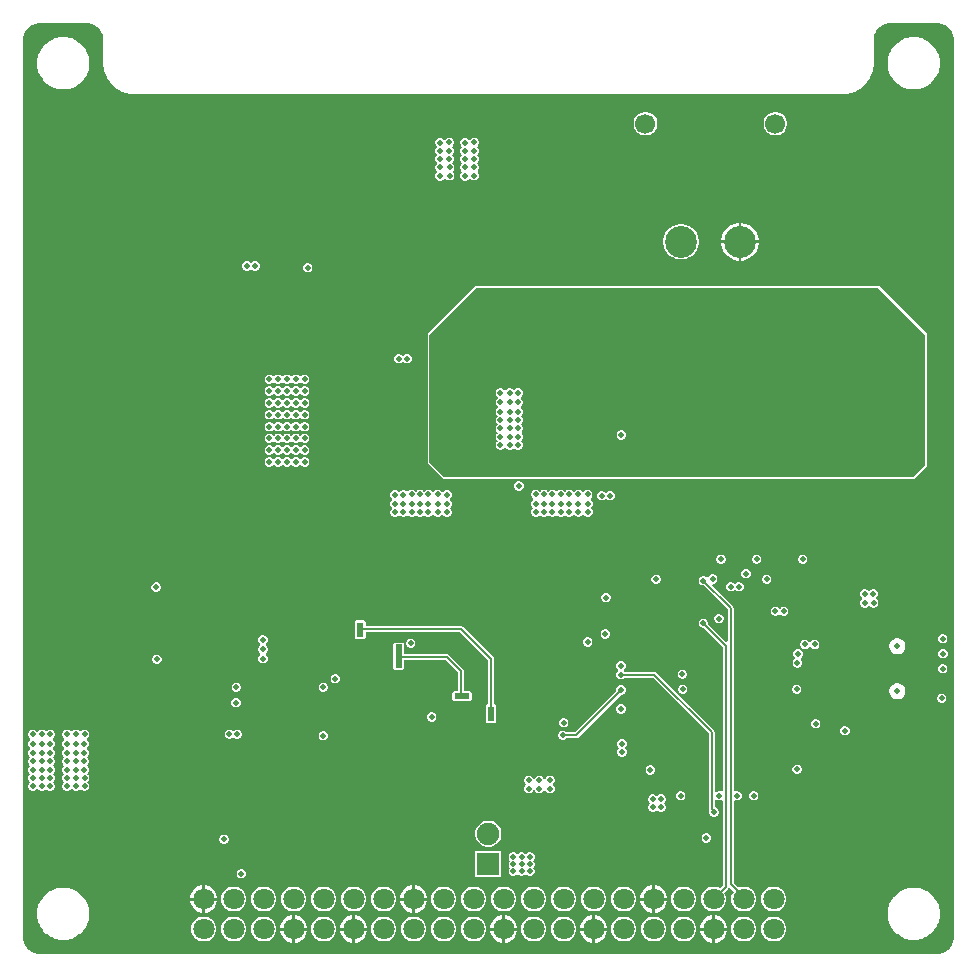
<source format=gbr>
%TF.GenerationSoftware,Altium Limited,Altium Designer,21.6.1 (37)*%
G04 Layer_Physical_Order=4*
G04 Layer_Color=16711680*
%FSLAX45Y45*%
%MOMM*%
%TF.SameCoordinates,308497C2-864B-4A42-B135-7B231B7309CE*%
%TF.FilePolarity,Positive*%
%TF.FileFunction,Copper,L4,Bot,Signal*%
%TF.Part,Single*%
G01*
G75*
%TA.AperFunction,Conductor*%
%ADD60C,0.20000*%
%TA.AperFunction,ComponentPad*%
%ADD78C,1.80000*%
%ADD79C,2.70000*%
%ADD80C,1.70000*%
%ADD81R,1.90000X1.90000*%
%ADD82C,1.90000*%
%ADD83C,0.50000*%
%TA.AperFunction,ViaPad*%
%ADD84C,0.50000*%
%ADD85C,0.40000*%
%TA.AperFunction,Conductor*%
%ADD91R,0.59343X2.00000*%
%ADD92R,1.30308X0.51426*%
%ADD93R,0.59343X1.30000*%
%ADD94R,0.56902X1.25742*%
G36*
X7840494Y7934126D02*
X7865758Y7923661D01*
X7888497Y7908467D01*
X7907833Y7889132D01*
X7923026Y7866393D01*
X7933491Y7841129D01*
X7938826Y7814308D01*
Y7800635D01*
Y200636D01*
X7938826Y186962D01*
X7933491Y160141D01*
X7923026Y134877D01*
X7907832Y112138D01*
X7888497Y92802D01*
X7865758Y77609D01*
X7840493Y67144D01*
X7813673Y61809D01*
X7800001Y61809D01*
X200001D01*
X186327Y61809D01*
X159506Y67144D01*
X134241Y77609D01*
X111503Y92803D01*
X92168Y112138D01*
X76974Y134877D01*
X66509Y160141D01*
X61174Y186961D01*
Y200635D01*
X61174Y7800635D01*
X61174Y7814308D01*
X66509Y7841128D01*
X76974Y7866393D01*
X92167Y7889132D01*
X111503Y7908467D01*
X134241Y7923661D01*
X159506Y7934126D01*
X186326Y7939460D01*
X200000D01*
X599999Y7939461D01*
X613673Y7939461D01*
X640494Y7934126D01*
X665758Y7923661D01*
X688496Y7908468D01*
X707832Y7889132D01*
X723026Y7866393D01*
X733491Y7841129D01*
X738826Y7814308D01*
X738826Y7600635D01*
X739123Y7599141D01*
X738900Y7597634D01*
X739863Y7578031D01*
X740964Y7573632D01*
Y7569097D01*
X748613Y7530644D01*
X750919Y7525077D01*
X752094Y7519168D01*
X767098Y7482945D01*
X770446Y7477935D01*
X772751Y7472369D01*
X794534Y7439769D01*
X798794Y7435509D01*
X802141Y7430499D01*
X829864Y7402776D01*
X834874Y7399429D01*
X839134Y7395169D01*
X871733Y7373386D01*
X877301Y7371080D01*
X882310Y7367733D01*
X918532Y7352729D01*
X924442Y7351554D01*
X930008Y7349248D01*
X968462Y7341599D01*
X972997D01*
X977395Y7340497D01*
X996999Y7339534D01*
X998505Y7339758D01*
X1000000Y7339461D01*
X7000000D01*
X7001495Y7339758D01*
X7003003Y7339534D01*
X7022605Y7340498D01*
X7027004Y7341599D01*
X7031538D01*
X7069992Y7349248D01*
X7075558Y7351554D01*
X7081467Y7352730D01*
X7117690Y7367733D01*
X7122700Y7371081D01*
X7128266Y7373387D01*
X7160865Y7395169D01*
X7165126Y7399429D01*
X7170135Y7402776D01*
X7197859Y7430500D01*
X7201206Y7435509D01*
X7205466Y7439770D01*
X7227248Y7472369D01*
X7229555Y7477936D01*
X7232902Y7482946D01*
X7247905Y7519168D01*
X7249081Y7525077D01*
X7251387Y7530643D01*
X7259036Y7569097D01*
Y7573631D01*
X7260137Y7578030D01*
X7261101Y7597633D01*
X7260877Y7599141D01*
X7261174Y7600635D01*
X7261174Y7800635D01*
X7261174Y7814308D01*
X7266509Y7841129D01*
X7276974Y7866393D01*
X7292167Y7889131D01*
X7311503Y7908467D01*
X7334242Y7923661D01*
X7359506Y7934126D01*
X7386326Y7939460D01*
X7400000D01*
X7800000Y7939461D01*
X7813673D01*
X7840494Y7934126D01*
D02*
G37*
%LPC*%
G36*
X7615759Y7821810D02*
X7584242D01*
X7578332Y7820635D01*
X7572307D01*
X7541395Y7814486D01*
X7535828Y7812180D01*
X7529919Y7811005D01*
X7500801Y7798944D01*
X7495791Y7795596D01*
X7490225Y7793290D01*
X7464019Y7775780D01*
X7459758Y7771520D01*
X7454749Y7768172D01*
X7432463Y7745886D01*
X7429115Y7740877D01*
X7424855Y7736616D01*
X7407345Y7710411D01*
X7405039Y7704844D01*
X7401692Y7699834D01*
X7389630Y7670716D01*
X7388455Y7664806D01*
X7386149Y7659240D01*
X7380000Y7628328D01*
Y7622303D01*
X7378825Y7616393D01*
Y7584876D01*
X7380000Y7578967D01*
Y7572942D01*
X7386149Y7542030D01*
X7388455Y7536463D01*
X7389630Y7530553D01*
X7401692Y7501436D01*
X7405039Y7496426D01*
X7407345Y7490860D01*
X7424855Y7464654D01*
X7429115Y7460393D01*
X7432463Y7455383D01*
X7454749Y7433097D01*
X7459758Y7429750D01*
X7464019Y7425489D01*
X7490225Y7407979D01*
X7495791Y7405674D01*
X7500801Y7402326D01*
X7529919Y7390265D01*
X7535829Y7389090D01*
X7541395Y7386784D01*
X7572307Y7380635D01*
X7578332D01*
X7584242Y7379460D01*
X7615759D01*
X7621669Y7380635D01*
X7627693D01*
X7658605Y7386784D01*
X7664172Y7389090D01*
X7670082Y7390265D01*
X7699199Y7402326D01*
X7704209Y7405674D01*
X7709776Y7407979D01*
X7735981Y7425489D01*
X7740242Y7429750D01*
X7745252Y7433097D01*
X7767538Y7455383D01*
X7770885Y7460393D01*
X7775146Y7464654D01*
X7792656Y7490859D01*
X7794962Y7496426D01*
X7798309Y7501436D01*
X7810370Y7530554D01*
X7811545Y7536463D01*
X7813851Y7542030D01*
X7820000Y7572941D01*
Y7578967D01*
X7821176Y7584876D01*
Y7616393D01*
X7820000Y7622303D01*
Y7628328D01*
X7813851Y7659240D01*
X7811545Y7664807D01*
X7810370Y7670716D01*
X7798309Y7699834D01*
X7794962Y7704844D01*
X7792656Y7710410D01*
X7775146Y7736616D01*
X7770885Y7740877D01*
X7767538Y7745886D01*
X7745252Y7768172D01*
X7740242Y7771520D01*
X7735981Y7775780D01*
X7709776Y7793290D01*
X7704209Y7795596D01*
X7699199Y7798944D01*
X7670081Y7811005D01*
X7664172Y7812180D01*
X7658605Y7814486D01*
X7627694Y7820635D01*
X7621668D01*
X7615759Y7821810D01*
D02*
G37*
G36*
X415759D02*
X384242D01*
X378332Y7820635D01*
X372307D01*
X341395Y7814486D01*
X335828Y7812180D01*
X329919Y7811005D01*
X300801Y7798944D01*
X295791Y7795596D01*
X290225Y7793290D01*
X264019Y7775780D01*
X259758Y7771520D01*
X254749Y7768172D01*
X232463Y7745886D01*
X229115Y7740877D01*
X224855Y7736616D01*
X207345Y7710411D01*
X205039Y7704844D01*
X201691Y7699834D01*
X189630Y7670716D01*
X188455Y7664806D01*
X186149Y7659240D01*
X180000Y7628328D01*
Y7622303D01*
X178825Y7616393D01*
Y7584876D01*
X180000Y7578967D01*
Y7572942D01*
X186149Y7542030D01*
X188455Y7536463D01*
X189630Y7530553D01*
X201691Y7501436D01*
X205039Y7496426D01*
X207345Y7490860D01*
X224855Y7464654D01*
X229115Y7460393D01*
X232463Y7455383D01*
X254749Y7433097D01*
X259758Y7429750D01*
X264019Y7425489D01*
X290224Y7407979D01*
X295791Y7405674D01*
X300801Y7402326D01*
X329919Y7390265D01*
X335829Y7389090D01*
X341395Y7386784D01*
X372307Y7380635D01*
X378332D01*
X384242Y7379460D01*
X415759D01*
X421668Y7380635D01*
X427693D01*
X458605Y7386784D01*
X464172Y7389090D01*
X470082Y7390265D01*
X499199Y7402326D01*
X504209Y7405674D01*
X509775Y7407979D01*
X535981Y7425489D01*
X540242Y7429750D01*
X545252Y7433097D01*
X567538Y7455383D01*
X570885Y7460393D01*
X575146Y7464654D01*
X592656Y7490859D01*
X594961Y7496426D01*
X598309Y7501436D01*
X610370Y7530554D01*
X611545Y7536463D01*
X613851Y7542030D01*
X620000Y7572941D01*
Y7578967D01*
X621176Y7584876D01*
Y7616393D01*
X620000Y7622303D01*
Y7628328D01*
X613851Y7659240D01*
X611545Y7664807D01*
X610370Y7670716D01*
X598309Y7699834D01*
X594961Y7704844D01*
X592656Y7710410D01*
X575146Y7736616D01*
X570885Y7740877D01*
X567538Y7745886D01*
X545252Y7768172D01*
X540242Y7771520D01*
X535981Y7775780D01*
X509776Y7793290D01*
X504209Y7795596D01*
X499199Y7798944D01*
X470081Y7811005D01*
X464172Y7812180D01*
X458605Y7814486D01*
X427694Y7820635D01*
X421668D01*
X415759Y7821810D01*
D02*
G37*
G36*
X6442529Y7190000D02*
X6416199D01*
X6390766Y7183185D01*
X6367963Y7170020D01*
X6349344Y7151401D01*
X6336179Y7128598D01*
X6329364Y7103165D01*
Y7076835D01*
X6336179Y7051402D01*
X6349344Y7028599D01*
X6367963Y7009980D01*
X6390766Y6996815D01*
X6416199Y6990000D01*
X6442529D01*
X6467962Y6996815D01*
X6490765Y7009980D01*
X6509384Y7028599D01*
X6522549Y7051402D01*
X6529364Y7076835D01*
Y7103165D01*
X6522549Y7128598D01*
X6509384Y7151401D01*
X6490765Y7170020D01*
X6467962Y7183185D01*
X6442529Y7190000D01*
D02*
G37*
G36*
X5342530D02*
X5316199D01*
X5290766Y7183185D01*
X5267963Y7170020D01*
X5249345Y7151401D01*
X5236179Y7128598D01*
X5229364Y7103165D01*
Y7076835D01*
X5236179Y7051402D01*
X5249345Y7028599D01*
X5267963Y7009980D01*
X5290766Y6996815D01*
X5316199Y6990000D01*
X5342530D01*
X5367963Y6996815D01*
X5390765Y7009980D01*
X5409384Y7028599D01*
X5422549Y7051402D01*
X5429364Y7076835D01*
Y7103165D01*
X5422549Y7128598D01*
X5409384Y7151401D01*
X5390765Y7170020D01*
X5367963Y7183185D01*
X5342530Y7190000D01*
D02*
G37*
G36*
X3887319Y6970873D02*
X3871406D01*
X3856705Y6964783D01*
X3846755Y6954834D01*
X3840941Y6953849D01*
X3832096Y6954473D01*
X3822658Y6963910D01*
X3807957Y6970000D01*
X3792043D01*
X3777342Y6963910D01*
X3766090Y6952658D01*
X3760000Y6937956D01*
Y6922043D01*
X3766090Y6907342D01*
X3770135Y6903297D01*
X3776505Y6895000D01*
X3770135Y6886703D01*
X3766090Y6882658D01*
X3760000Y6867957D01*
Y6852043D01*
X3766090Y6837342D01*
X3770135Y6833297D01*
X3776505Y6825000D01*
X3770135Y6816703D01*
X3766090Y6812658D01*
X3760000Y6797956D01*
Y6782043D01*
X3766090Y6767342D01*
X3770890Y6762541D01*
X3776587Y6754903D01*
X3770890Y6745948D01*
X3766727Y6741785D01*
X3760638Y6727083D01*
Y6711170D01*
X3766727Y6696469D01*
X3771090Y6692106D01*
X3776980Y6683809D01*
X3771090Y6675512D01*
X3766727Y6671149D01*
X3760638Y6656448D01*
Y6640535D01*
X3766727Y6625833D01*
X3777979Y6614581D01*
X3792681Y6608491D01*
X3808594D01*
X3823296Y6614581D01*
X3833245Y6624530D01*
X3839059Y6625515D01*
X3847904Y6624891D01*
X3857342Y6615454D01*
X3872044Y6609364D01*
X3887957D01*
X3902658Y6615454D01*
X3913910Y6626706D01*
X3920000Y6641408D01*
Y6657321D01*
X3913910Y6672022D01*
X3909547Y6676385D01*
X3903658Y6684682D01*
X3909547Y6692979D01*
X3913910Y6697342D01*
X3920000Y6712043D01*
Y6727956D01*
X3913910Y6742658D01*
X3909110Y6747458D01*
X3903413Y6755096D01*
X3909110Y6764052D01*
X3913273Y6768215D01*
X3919362Y6782916D01*
Y6798829D01*
X3913273Y6813531D01*
X3909228Y6817576D01*
X3902858Y6825873D01*
X3909228Y6834170D01*
X3913273Y6838215D01*
X3919362Y6852916D01*
Y6868830D01*
X3913273Y6883531D01*
X3909228Y6887576D01*
X3902858Y6895873D01*
X3909228Y6904170D01*
X3913273Y6908215D01*
X3919362Y6922916D01*
Y6938829D01*
X3913273Y6953531D01*
X3902021Y6964783D01*
X3887319Y6970873D01*
D02*
G37*
G36*
X3677319D02*
X3661406D01*
X3646704Y6964783D01*
X3636755Y6954834D01*
X3630941Y6953849D01*
X3622096Y6954473D01*
X3612658Y6963910D01*
X3597956Y6970000D01*
X3582043D01*
X3567342Y6963910D01*
X3556090Y6952658D01*
X3550000Y6937956D01*
Y6922043D01*
X3556090Y6907342D01*
X3560135Y6903297D01*
X3566505Y6895000D01*
X3560135Y6886703D01*
X3556090Y6882658D01*
X3550000Y6867957D01*
Y6852043D01*
X3556090Y6837342D01*
X3560135Y6833297D01*
X3566505Y6825000D01*
X3560135Y6816703D01*
X3556090Y6812658D01*
X3550000Y6797956D01*
Y6782043D01*
X3556090Y6767342D01*
X3560890Y6762541D01*
X3566587Y6754903D01*
X3560890Y6745948D01*
X3556727Y6741785D01*
X3550638Y6727083D01*
Y6711170D01*
X3556727Y6696469D01*
X3561090Y6692106D01*
X3566980Y6683809D01*
X3561090Y6675512D01*
X3556727Y6671149D01*
X3550638Y6656448D01*
Y6640535D01*
X3556727Y6625833D01*
X3567979Y6614581D01*
X3582681Y6608491D01*
X3598594D01*
X3613296Y6614581D01*
X3623245Y6624530D01*
X3629059Y6625515D01*
X3637904Y6624891D01*
X3647342Y6615454D01*
X3662043Y6609364D01*
X3677957D01*
X3692658Y6615454D01*
X3703910Y6626706D01*
X3710000Y6641408D01*
Y6657321D01*
X3703910Y6672022D01*
X3699547Y6676385D01*
X3693658Y6684682D01*
X3699547Y6692979D01*
X3703910Y6697342D01*
X3710000Y6712043D01*
Y6727956D01*
X3703910Y6742658D01*
X3699110Y6747458D01*
X3693413Y6755096D01*
X3699110Y6764052D01*
X3703273Y6768215D01*
X3709362Y6782916D01*
Y6798829D01*
X3703273Y6813531D01*
X3699228Y6817576D01*
X3692857Y6825873D01*
X3699228Y6834170D01*
X3703273Y6838215D01*
X3709362Y6852916D01*
Y6868830D01*
X3703273Y6883531D01*
X3699228Y6887576D01*
X3692857Y6895873D01*
X3699228Y6904170D01*
X3703273Y6908215D01*
X3709362Y6922916D01*
Y6938829D01*
X3703273Y6953531D01*
X3692021Y6964783D01*
X3677319Y6970873D01*
D02*
G37*
G36*
X6145123Y6250000D02*
X6141864D01*
Y6102499D01*
X6289364D01*
Y6105759D01*
X6283216Y6136670D01*
X6271154Y6165789D01*
X6253644Y6191994D01*
X6231358Y6214280D01*
X6205153Y6231790D01*
X6176034Y6243851D01*
X6145123Y6250000D01*
D02*
G37*
G36*
X6116864D02*
X6113606D01*
X6082694Y6243851D01*
X6053576Y6231790D01*
X6027370Y6214280D01*
X6005084Y6191994D01*
X5987574Y6165789D01*
X5975513Y6136670D01*
X5969364Y6105759D01*
Y6102499D01*
X6116864D01*
Y6250000D01*
D02*
G37*
G36*
X5644138Y6240000D02*
X5614590D01*
X5585611Y6234235D01*
X5558312Y6222928D01*
X5533745Y6206513D01*
X5512852Y6185619D01*
X5496436Y6161052D01*
X5485129Y6133753D01*
X5479364Y6104774D01*
Y6075226D01*
X5485129Y6046247D01*
X5496436Y6018948D01*
X5512852Y5994381D01*
X5533745Y5973487D01*
X5558312Y5957072D01*
X5585611Y5945765D01*
X5614590Y5940000D01*
X5644138D01*
X5673117Y5945765D01*
X5700416Y5957072D01*
X5724983Y5973487D01*
X5745877Y5994381D01*
X5762292Y6018948D01*
X5773600Y6046247D01*
X5779364Y6075226D01*
Y6104774D01*
X5773600Y6133753D01*
X5762292Y6161052D01*
X5745877Y6185619D01*
X5724983Y6206513D01*
X5700416Y6222928D01*
X5673117Y6234235D01*
X5644138Y6240000D01*
D02*
G37*
G36*
X6289364Y6077499D02*
X6141864D01*
Y5930000D01*
X6145123D01*
X6176034Y5936149D01*
X6205153Y5948210D01*
X6231358Y5965720D01*
X6253644Y5988006D01*
X6271154Y6014211D01*
X6283216Y6043330D01*
X6289364Y6074241D01*
Y6077499D01*
D02*
G37*
G36*
X6116864D02*
X5969364D01*
Y6074241D01*
X5975513Y6043330D01*
X5987574Y6014211D01*
X6005084Y5988006D01*
X6027370Y5965720D01*
X6053576Y5948210D01*
X6082694Y5936149D01*
X6113606Y5930000D01*
X6116864D01*
Y6077499D01*
D02*
G37*
G36*
X2030456Y5925000D02*
X2014543D01*
X1999842Y5918910D01*
X1988750Y5907819D01*
X1977658Y5918910D01*
X1962956Y5925000D01*
X1947043D01*
X1932342Y5918910D01*
X1921090Y5907658D01*
X1915000Y5892957D01*
Y5877044D01*
X1921090Y5862342D01*
X1932342Y5851090D01*
X1947043Y5845000D01*
X1962956D01*
X1977658Y5851090D01*
X1988750Y5862182D01*
X1999842Y5851090D01*
X2014543Y5845000D01*
X2030456D01*
X2045158Y5851090D01*
X2056410Y5862342D01*
X2062500Y5877044D01*
Y5892957D01*
X2056410Y5907658D01*
X2045158Y5918910D01*
X2030456Y5925000D01*
D02*
G37*
G36*
X2477956Y5910000D02*
X2462043D01*
X2447342Y5903910D01*
X2436090Y5892658D01*
X2430000Y5877956D01*
Y5862043D01*
X2436090Y5847342D01*
X2447342Y5836090D01*
X2462043Y5830000D01*
X2477956D01*
X2492658Y5836090D01*
X2503910Y5847342D01*
X2510000Y5862043D01*
Y5877956D01*
X2503910Y5892658D01*
X2492658Y5903910D01*
X2477956Y5910000D01*
D02*
G37*
G36*
X3317957Y5140000D02*
X3302043D01*
X3287342Y5133910D01*
X3283297Y5129865D01*
X3275000Y5123495D01*
X3266703Y5129865D01*
X3262658Y5133910D01*
X3247957Y5140000D01*
X3232044D01*
X3217342Y5133910D01*
X3206090Y5122658D01*
X3200000Y5107957D01*
Y5092043D01*
X3206090Y5077342D01*
X3217342Y5066090D01*
X3232044Y5060000D01*
X3247957D01*
X3262658Y5066090D01*
X3266703Y5070135D01*
X3275000Y5076505D01*
X3283297Y5070135D01*
X3287342Y5066090D01*
X3302043Y5060000D01*
X3317957D01*
X3332658Y5066090D01*
X3343910Y5077342D01*
X3350000Y5092043D01*
Y5107957D01*
X3343910Y5122658D01*
X3332658Y5133910D01*
X3317957Y5140000D01*
D02*
G37*
G36*
X2452321Y4965000D02*
X2436408D01*
X2421706Y4958910D01*
X2415098Y4952302D01*
X2406864Y4949068D01*
X2398631Y4952302D01*
X2392022Y4958910D01*
X2377321Y4965000D01*
X2361408D01*
X2346706Y4958910D01*
X2340098Y4952302D01*
X2331864Y4949068D01*
X2323631Y4952302D01*
X2317022Y4958910D01*
X2302321Y4965000D01*
X2286408D01*
X2271706Y4958910D01*
X2265098Y4952302D01*
X2256864Y4949068D01*
X2248631Y4952302D01*
X2242022Y4958910D01*
X2227321Y4965000D01*
X2211408D01*
X2196706Y4958910D01*
X2190098Y4952302D01*
X2181864Y4949068D01*
X2173631Y4952302D01*
X2167022Y4958910D01*
X2152321Y4965000D01*
X2136408D01*
X2121706Y4958910D01*
X2110454Y4947658D01*
X2104364Y4932957D01*
Y4917044D01*
X2110454Y4902342D01*
X2121706Y4891090D01*
X2136408Y4885000D01*
X2152321D01*
X2167022Y4891090D01*
X2173631Y4897698D01*
X2181864Y4900932D01*
X2190098Y4897698D01*
X2196706Y4891090D01*
X2211408Y4885000D01*
X2227321D01*
X2242022Y4891090D01*
X2248631Y4897698D01*
X2256864Y4900932D01*
X2265098Y4897698D01*
X2271706Y4891090D01*
X2286408Y4885000D01*
X2302321D01*
X2317022Y4891090D01*
X2323631Y4897698D01*
X2331864Y4900932D01*
X2340098Y4897698D01*
X2346706Y4891090D01*
X2361408Y4885000D01*
X2377321D01*
X2392022Y4891090D01*
X2398631Y4897698D01*
X2406864Y4900932D01*
X2415098Y4897698D01*
X2421706Y4891090D01*
X2436408Y4885000D01*
X2452321D01*
X2467022Y4891090D01*
X2478274Y4902342D01*
X2484364Y4917044D01*
Y4932957D01*
X2478274Y4947658D01*
X2467022Y4958910D01*
X2452321Y4965000D01*
D02*
G37*
G36*
Y4865000D02*
X2436408D01*
X2421706Y4858910D01*
X2415098Y4852302D01*
X2406864Y4849068D01*
X2398631Y4852302D01*
X2392022Y4858910D01*
X2377321Y4865000D01*
X2361408D01*
X2346706Y4858910D01*
X2340098Y4852302D01*
X2331864Y4849068D01*
X2323631Y4852302D01*
X2317022Y4858910D01*
X2302321Y4865000D01*
X2286408D01*
X2271706Y4858910D01*
X2265098Y4852302D01*
X2256864Y4849068D01*
X2248631Y4852302D01*
X2242022Y4858910D01*
X2227321Y4865000D01*
X2211408D01*
X2196706Y4858910D01*
X2190098Y4852302D01*
X2181864Y4849068D01*
X2173631Y4852302D01*
X2167022Y4858910D01*
X2152321Y4865000D01*
X2136408D01*
X2121706Y4858910D01*
X2110454Y4847658D01*
X2104364Y4832957D01*
Y4817043D01*
X2110454Y4802342D01*
X2121706Y4791090D01*
X2136408Y4785000D01*
X2152321D01*
X2167022Y4791090D01*
X2173631Y4797698D01*
X2181864Y4800932D01*
X2190098Y4797698D01*
X2196706Y4791090D01*
X2211408Y4785000D01*
X2227321D01*
X2242022Y4791090D01*
X2248631Y4797698D01*
X2256864Y4800932D01*
X2265098Y4797698D01*
X2271706Y4791090D01*
X2286408Y4785000D01*
X2302321D01*
X2317022Y4791090D01*
X2323631Y4797698D01*
X2331864Y4800932D01*
X2340098Y4797698D01*
X2346706Y4791090D01*
X2361408Y4785000D01*
X2377321D01*
X2392022Y4791090D01*
X2398631Y4797698D01*
X2406864Y4800932D01*
X2415098Y4797698D01*
X2421706Y4791090D01*
X2436408Y4785000D01*
X2452321D01*
X2467022Y4791090D01*
X2478274Y4802342D01*
X2484364Y4817043D01*
Y4832957D01*
X2478274Y4847658D01*
X2467022Y4858910D01*
X2452321Y4865000D01*
D02*
G37*
G36*
Y4765000D02*
X2436408D01*
X2421706Y4758910D01*
X2415098Y4752302D01*
X2406864Y4749068D01*
X2398631Y4752302D01*
X2392022Y4758910D01*
X2377321Y4765000D01*
X2361408D01*
X2346706Y4758910D01*
X2340098Y4752302D01*
X2331864Y4749068D01*
X2323631Y4752302D01*
X2317022Y4758910D01*
X2302321Y4765000D01*
X2286408D01*
X2271706Y4758910D01*
X2265098Y4752302D01*
X2256864Y4749068D01*
X2248631Y4752302D01*
X2242022Y4758910D01*
X2227321Y4765000D01*
X2211408D01*
X2196706Y4758910D01*
X2190098Y4752302D01*
X2181864Y4749068D01*
X2173631Y4752302D01*
X2167022Y4758910D01*
X2152321Y4765000D01*
X2136408D01*
X2121706Y4758910D01*
X2110454Y4747658D01*
X2104364Y4732956D01*
Y4717043D01*
X2110454Y4702342D01*
X2121706Y4691090D01*
X2136408Y4685000D01*
X2152321D01*
X2167022Y4691090D01*
X2173631Y4697698D01*
X2181864Y4700932D01*
X2190098Y4697698D01*
X2196706Y4691090D01*
X2211408Y4685000D01*
X2227321D01*
X2242022Y4691090D01*
X2248631Y4697698D01*
X2256864Y4700932D01*
X2265098Y4697698D01*
X2271706Y4691090D01*
X2286408Y4685000D01*
X2302321D01*
X2317022Y4691090D01*
X2323631Y4697698D01*
X2331864Y4700932D01*
X2340098Y4697698D01*
X2346706Y4691090D01*
X2361408Y4685000D01*
X2377321D01*
X2392022Y4691090D01*
X2398631Y4697698D01*
X2406864Y4700932D01*
X2415098Y4697698D01*
X2421706Y4691090D01*
X2436408Y4685000D01*
X2452321D01*
X2467022Y4691090D01*
X2478274Y4702342D01*
X2484364Y4717043D01*
Y4732956D01*
X2478274Y4747658D01*
X2467022Y4758910D01*
X2452321Y4765000D01*
D02*
G37*
G36*
Y4665000D02*
X2436408D01*
X2421706Y4658910D01*
X2415098Y4652302D01*
X2406864Y4649068D01*
X2398631Y4652302D01*
X2392022Y4658910D01*
X2377321Y4665000D01*
X2361408D01*
X2346706Y4658910D01*
X2340098Y4652302D01*
X2331864Y4649068D01*
X2323631Y4652302D01*
X2317022Y4658910D01*
X2302321Y4665000D01*
X2286408D01*
X2271706Y4658910D01*
X2265098Y4652302D01*
X2256864Y4649068D01*
X2248631Y4652302D01*
X2242022Y4658910D01*
X2227321Y4665000D01*
X2211408D01*
X2196706Y4658910D01*
X2190098Y4652302D01*
X2181864Y4649068D01*
X2173631Y4652302D01*
X2167022Y4658910D01*
X2152321Y4665000D01*
X2136408D01*
X2121706Y4658910D01*
X2110454Y4647658D01*
X2104364Y4632956D01*
Y4617043D01*
X2110454Y4602342D01*
X2121706Y4591090D01*
X2136408Y4585000D01*
X2152321D01*
X2167022Y4591090D01*
X2173631Y4597698D01*
X2181864Y4600932D01*
X2190098Y4597698D01*
X2196706Y4591090D01*
X2211408Y4585000D01*
X2227321D01*
X2242022Y4591090D01*
X2248631Y4597698D01*
X2256864Y4600932D01*
X2265098Y4597698D01*
X2271706Y4591090D01*
X2286408Y4585000D01*
X2302321D01*
X2317022Y4591090D01*
X2323631Y4597698D01*
X2331864Y4600932D01*
X2340098Y4597698D01*
X2346706Y4591090D01*
X2361408Y4585000D01*
X2377321D01*
X2392022Y4591090D01*
X2398631Y4597698D01*
X2406864Y4600932D01*
X2415098Y4597698D01*
X2421706Y4591090D01*
X2436408Y4585000D01*
X2452321D01*
X2467022Y4591090D01*
X2478274Y4602342D01*
X2484364Y4617043D01*
Y4632956D01*
X2478274Y4647658D01*
X2467022Y4658910D01*
X2452321Y4665000D01*
D02*
G37*
G36*
Y4565000D02*
X2436408D01*
X2421706Y4558910D01*
X2415098Y4552302D01*
X2406864Y4549068D01*
X2398631Y4552302D01*
X2392022Y4558910D01*
X2377321Y4565000D01*
X2361408D01*
X2346706Y4558910D01*
X2340098Y4552302D01*
X2331864Y4549068D01*
X2323631Y4552302D01*
X2317022Y4558910D01*
X2302321Y4565000D01*
X2286408D01*
X2271706Y4558910D01*
X2265098Y4552302D01*
X2256864Y4549068D01*
X2248631Y4552302D01*
X2242022Y4558910D01*
X2227321Y4565000D01*
X2211408D01*
X2196706Y4558910D01*
X2190098Y4552302D01*
X2181864Y4549068D01*
X2173631Y4552302D01*
X2167022Y4558910D01*
X2152321Y4565000D01*
X2136408D01*
X2121706Y4558910D01*
X2110454Y4547658D01*
X2104364Y4532956D01*
Y4517043D01*
X2110454Y4502342D01*
X2121706Y4491090D01*
X2136408Y4485000D01*
X2152321D01*
X2167022Y4491090D01*
X2173631Y4497698D01*
X2181864Y4500932D01*
X2190098Y4497698D01*
X2196706Y4491090D01*
X2211408Y4485000D01*
X2227321D01*
X2242022Y4491090D01*
X2248631Y4497698D01*
X2256864Y4500932D01*
X2265098Y4497698D01*
X2271706Y4491090D01*
X2286408Y4485000D01*
X2302321D01*
X2317022Y4491090D01*
X2323631Y4497698D01*
X2331864Y4500932D01*
X2340098Y4497698D01*
X2346706Y4491090D01*
X2361408Y4485000D01*
X2377321D01*
X2392022Y4491090D01*
X2398631Y4497698D01*
X2406864Y4500932D01*
X2415098Y4497698D01*
X2421706Y4491090D01*
X2436408Y4485000D01*
X2452321D01*
X2467022Y4491090D01*
X2478274Y4502342D01*
X2484364Y4517043D01*
Y4532956D01*
X2478274Y4547658D01*
X2467022Y4558910D01*
X2452321Y4565000D01*
D02*
G37*
G36*
Y4465000D02*
X2436408D01*
X2421706Y4458910D01*
X2415098Y4452302D01*
X2406864Y4449068D01*
X2398631Y4452302D01*
X2392022Y4458910D01*
X2377321Y4465000D01*
X2361408D01*
X2346706Y4458910D01*
X2340098Y4452302D01*
X2331864Y4449068D01*
X2323631Y4452302D01*
X2317022Y4458910D01*
X2302321Y4465000D01*
X2286408D01*
X2271706Y4458910D01*
X2265098Y4452302D01*
X2256864Y4449068D01*
X2248631Y4452302D01*
X2242022Y4458910D01*
X2227321Y4465000D01*
X2211408D01*
X2196706Y4458910D01*
X2190098Y4452302D01*
X2181864Y4449068D01*
X2173631Y4452302D01*
X2167022Y4458910D01*
X2152321Y4465000D01*
X2136408D01*
X2121706Y4458910D01*
X2110454Y4447658D01*
X2104364Y4432957D01*
Y4417043D01*
X2110454Y4402342D01*
X2121706Y4391090D01*
X2136408Y4385000D01*
X2152321D01*
X2167022Y4391090D01*
X2173631Y4397698D01*
X2181864Y4400932D01*
X2190098Y4397698D01*
X2196706Y4391090D01*
X2211408Y4385000D01*
X2227321D01*
X2242022Y4391090D01*
X2248631Y4397698D01*
X2256864Y4400932D01*
X2265098Y4397698D01*
X2271706Y4391090D01*
X2286408Y4385000D01*
X2302321D01*
X2317022Y4391090D01*
X2323631Y4397698D01*
X2331864Y4400932D01*
X2340098Y4397698D01*
X2346706Y4391090D01*
X2361408Y4385000D01*
X2377321D01*
X2392022Y4391090D01*
X2398631Y4397698D01*
X2406864Y4400932D01*
X2415098Y4397698D01*
X2421706Y4391090D01*
X2436408Y4385000D01*
X2452321D01*
X2467022Y4391090D01*
X2478274Y4402342D01*
X2484364Y4417043D01*
Y4432957D01*
X2478274Y4447658D01*
X2467022Y4458910D01*
X2452321Y4465000D01*
D02*
G37*
G36*
Y4365000D02*
X2436408D01*
X2421706Y4358910D01*
X2415098Y4352302D01*
X2406864Y4349068D01*
X2398631Y4352302D01*
X2392022Y4358910D01*
X2377321Y4365000D01*
X2361408D01*
X2346706Y4358910D01*
X2340098Y4352302D01*
X2331864Y4349068D01*
X2323631Y4352302D01*
X2317022Y4358910D01*
X2302321Y4365000D01*
X2286408D01*
X2271706Y4358910D01*
X2265098Y4352302D01*
X2256864Y4349068D01*
X2248631Y4352302D01*
X2242022Y4358910D01*
X2227321Y4365000D01*
X2211408D01*
X2196706Y4358910D01*
X2190098Y4352302D01*
X2181864Y4349068D01*
X2173631Y4352302D01*
X2167022Y4358910D01*
X2152321Y4365000D01*
X2136408D01*
X2121706Y4358910D01*
X2110454Y4347658D01*
X2104364Y4332957D01*
Y4317043D01*
X2110454Y4302342D01*
X2121706Y4291090D01*
X2136408Y4285000D01*
X2152321D01*
X2167022Y4291090D01*
X2173631Y4297698D01*
X2181864Y4300932D01*
X2190098Y4297698D01*
X2196706Y4291090D01*
X2211408Y4285000D01*
X2227321D01*
X2242022Y4291090D01*
X2248631Y4297698D01*
X2256864Y4300932D01*
X2265098Y4297698D01*
X2271706Y4291090D01*
X2286408Y4285000D01*
X2302321D01*
X2317022Y4291090D01*
X2323631Y4297698D01*
X2331864Y4300932D01*
X2340098Y4297698D01*
X2346706Y4291090D01*
X2361408Y4285000D01*
X2377321D01*
X2392022Y4291090D01*
X2398631Y4297698D01*
X2406864Y4300932D01*
X2415098Y4297698D01*
X2421706Y4291090D01*
X2436408Y4285000D01*
X2452321D01*
X2467022Y4291090D01*
X2478274Y4302342D01*
X2484364Y4317043D01*
Y4332957D01*
X2478274Y4347658D01*
X2467022Y4358910D01*
X2452321Y4365000D01*
D02*
G37*
G36*
Y4265000D02*
X2436408D01*
X2421706Y4258910D01*
X2415098Y4252302D01*
X2406864Y4249068D01*
X2398631Y4252302D01*
X2392022Y4258910D01*
X2377321Y4265000D01*
X2361408D01*
X2346706Y4258910D01*
X2340098Y4252302D01*
X2331864Y4249068D01*
X2323631Y4252302D01*
X2317022Y4258910D01*
X2302321Y4265000D01*
X2286408D01*
X2271706Y4258910D01*
X2265098Y4252302D01*
X2256864Y4249068D01*
X2248631Y4252302D01*
X2242022Y4258910D01*
X2227321Y4265000D01*
X2211408D01*
X2196706Y4258910D01*
X2190098Y4252302D01*
X2181864Y4249068D01*
X2173631Y4252302D01*
X2167022Y4258910D01*
X2152321Y4265000D01*
X2136408D01*
X2121706Y4258910D01*
X2110454Y4247658D01*
X2104364Y4232956D01*
Y4217043D01*
X2110454Y4202342D01*
X2121706Y4191090D01*
X2136408Y4185000D01*
X2152321D01*
X2167022Y4191090D01*
X2173631Y4197698D01*
X2181864Y4200932D01*
X2190098Y4197698D01*
X2196706Y4191090D01*
X2211408Y4185000D01*
X2227321D01*
X2242022Y4191090D01*
X2248631Y4197698D01*
X2256864Y4200932D01*
X2265098Y4197698D01*
X2271706Y4191090D01*
X2286408Y4185000D01*
X2302321D01*
X2317022Y4191090D01*
X2323631Y4197698D01*
X2331864Y4200932D01*
X2340098Y4197698D01*
X2346706Y4191090D01*
X2361408Y4185000D01*
X2377321D01*
X2392022Y4191090D01*
X2398631Y4197698D01*
X2406864Y4200932D01*
X2415098Y4197698D01*
X2421706Y4191090D01*
X2436408Y4185000D01*
X2452321D01*
X2467022Y4191090D01*
X2478274Y4202342D01*
X2484364Y4217043D01*
Y4232956D01*
X2478274Y4247658D01*
X2467022Y4258910D01*
X2452321Y4265000D01*
D02*
G37*
G36*
X3900000Y5716236D02*
X3888519Y5711481D01*
X3488519Y5311479D01*
X3483763Y5299999D01*
X3483764Y4500000D01*
X3483764Y4222500D01*
X3488519Y4211019D01*
X3611020Y4088519D01*
X3622500Y4083764D01*
X7600000D01*
X7611481Y4088519D01*
X7711481Y4188519D01*
X7716236Y4200000D01*
Y5299999D01*
X7711481Y5311479D01*
X7311480Y5711480D01*
X7299999Y5716236D01*
X3900000Y5716236D01*
D02*
G37*
G36*
X4264821Y4062500D02*
X4248908D01*
X4234206Y4056410D01*
X4222954Y4045158D01*
X4216864Y4030457D01*
Y4014543D01*
X4222954Y3999842D01*
X4234206Y3988590D01*
X4248908Y3982500D01*
X4264821D01*
X4279522Y3988590D01*
X4290775Y3999842D01*
X4296864Y4014543D01*
Y4030457D01*
X4290775Y4045158D01*
X4279522Y4056410D01*
X4264821Y4062500D01*
D02*
G37*
G36*
X4768830Y3990637D02*
X4752917D01*
X4738215Y3984548D01*
X4728071Y3974404D01*
X4720873Y3973804D01*
X4713675Y3974404D01*
X4703531Y3984548D01*
X4688830Y3990637D01*
X4672916D01*
X4658215Y3984548D01*
X4654170Y3980503D01*
X4645873Y3974133D01*
X4637576Y3980503D01*
X4633531Y3984548D01*
X4618830Y3990637D01*
X4602917D01*
X4588215Y3984548D01*
X4584170Y3980503D01*
X4575873Y3974133D01*
X4567576Y3980503D01*
X4563531Y3984548D01*
X4548830Y3990637D01*
X4532917D01*
X4518215Y3984548D01*
X4513414Y3979747D01*
X4505777Y3974050D01*
X4496821Y3979747D01*
X4492658Y3983910D01*
X4477956Y3990000D01*
X4462043D01*
X4447342Y3983910D01*
X4442979Y3979547D01*
X4434682Y3973658D01*
X4426385Y3979547D01*
X4422022Y3983910D01*
X4407321Y3990000D01*
X4391408D01*
X4376706Y3983910D01*
X4365454Y3972658D01*
X4359364Y3957957D01*
Y3942043D01*
X4365454Y3927342D01*
X4375403Y3917393D01*
X4376388Y3911578D01*
X4375765Y3902733D01*
X4366327Y3893295D01*
X4360237Y3878594D01*
Y3862681D01*
X4366327Y3847979D01*
X4370372Y3843934D01*
X4376742Y3835637D01*
X4370372Y3827341D01*
X4366327Y3823296D01*
X4360237Y3808594D01*
Y3792681D01*
X4366327Y3777979D01*
X4377579Y3766727D01*
X4392281Y3760638D01*
X4408194D01*
X4422895Y3766727D01*
X4427258Y3771090D01*
X4435555Y3776980D01*
X4443852Y3771090D01*
X4448215Y3766727D01*
X4462916Y3760638D01*
X4478829D01*
X4493531Y3766727D01*
X4498332Y3771528D01*
X4505969Y3777225D01*
X4514925Y3771528D01*
X4519088Y3767365D01*
X4533790Y3761275D01*
X4549703D01*
X4564404Y3767365D01*
X4568449Y3771410D01*
X4576746Y3777780D01*
X4585043Y3771410D01*
X4589088Y3767365D01*
X4603790Y3761275D01*
X4619703D01*
X4634404Y3767365D01*
X4638449Y3771410D01*
X4646746Y3777780D01*
X4655043Y3771410D01*
X4659088Y3767365D01*
X4673789Y3761275D01*
X4689703D01*
X4704404Y3767365D01*
X4714548Y3777509D01*
X4721746Y3778109D01*
X4728944Y3777509D01*
X4739088Y3767365D01*
X4753790Y3761275D01*
X4769703D01*
X4784404Y3767365D01*
X4793744Y3776705D01*
X4802156Y3777516D01*
X4808501Y3776441D01*
X4818215Y3766727D01*
X4832917Y3760638D01*
X4848830D01*
X4863531Y3766727D01*
X4874783Y3777979D01*
X4880873Y3792681D01*
Y3808594D01*
X4874783Y3823296D01*
X4870738Y3827341D01*
X4864368Y3835637D01*
X4870738Y3843934D01*
X4874783Y3847979D01*
X4880873Y3862681D01*
Y3878594D01*
X4874783Y3893295D01*
X4864834Y3903245D01*
X4863849Y3909059D01*
X4864473Y3917904D01*
X4873910Y3927342D01*
X4880000Y3942043D01*
Y3957957D01*
X4873910Y3972658D01*
X4862658Y3983910D01*
X4847957Y3990000D01*
X4832044D01*
X4817342Y3983910D01*
X4808002Y3974570D01*
X4799591Y3973759D01*
X4793245Y3974834D01*
X4783531Y3984548D01*
X4768830Y3990637D01*
D02*
G37*
G36*
X3577957Y3990000D02*
X3562043D01*
X3547342Y3983910D01*
X3537198Y3973766D01*
X3530000Y3973166D01*
X3522802Y3973766D01*
X3512658Y3983910D01*
X3497956Y3990000D01*
X3482043D01*
X3467342Y3983910D01*
X3463297Y3979865D01*
X3455000Y3973495D01*
X3446703Y3979865D01*
X3442658Y3983910D01*
X3427957Y3990000D01*
X3412043D01*
X3397342Y3983910D01*
X3393297Y3979865D01*
X3385000Y3973495D01*
X3376703Y3979865D01*
X3372658Y3983910D01*
X3357956Y3990000D01*
X3342043D01*
X3327342Y3983910D01*
X3322541Y3979110D01*
X3314903Y3973413D01*
X3305948Y3979110D01*
X3301785Y3983273D01*
X3287083Y3989362D01*
X3271170D01*
X3256469Y3983273D01*
X3252106Y3978910D01*
X3243809Y3973020D01*
X3235512Y3978910D01*
X3231149Y3983273D01*
X3216448Y3989362D01*
X3200535D01*
X3185833Y3983273D01*
X3174581Y3972021D01*
X3168491Y3957319D01*
Y3941406D01*
X3174581Y3926704D01*
X3184530Y3916755D01*
X3185515Y3910941D01*
X3184892Y3902096D01*
X3175454Y3892658D01*
X3169364Y3877956D01*
Y3862043D01*
X3175454Y3847342D01*
X3179499Y3843297D01*
X3185869Y3835000D01*
X3179499Y3826703D01*
X3175454Y3822658D01*
X3169364Y3807957D01*
Y3792043D01*
X3175454Y3777342D01*
X3186706Y3766090D01*
X3201408Y3760000D01*
X3217321D01*
X3232022Y3766090D01*
X3236385Y3770453D01*
X3244682Y3776342D01*
X3252979Y3770453D01*
X3257342Y3766090D01*
X3272043Y3760000D01*
X3287956D01*
X3302658Y3766090D01*
X3307458Y3770890D01*
X3315096Y3776587D01*
X3324052Y3770890D01*
X3328215Y3766727D01*
X3342916Y3760638D01*
X3358829D01*
X3373531Y3766727D01*
X3377576Y3770772D01*
X3385873Y3777143D01*
X3394170Y3770772D01*
X3398215Y3766727D01*
X3412916Y3760638D01*
X3428830D01*
X3443531Y3766727D01*
X3447576Y3770772D01*
X3455873Y3777143D01*
X3464170Y3770772D01*
X3468215Y3766727D01*
X3482916Y3760638D01*
X3498829D01*
X3513531Y3766727D01*
X3523675Y3776872D01*
X3530873Y3777471D01*
X3538071Y3776872D01*
X3548215Y3766727D01*
X3562916Y3760638D01*
X3578830D01*
X3593531Y3766727D01*
X3602871Y3776067D01*
X3611283Y3776878D01*
X3617628Y3775803D01*
X3627342Y3766090D01*
X3642044Y3760000D01*
X3657957D01*
X3672658Y3766090D01*
X3683910Y3777342D01*
X3690000Y3792043D01*
Y3807957D01*
X3683910Y3822658D01*
X3679865Y3826703D01*
X3673495Y3835000D01*
X3679865Y3843297D01*
X3683910Y3847342D01*
X3690000Y3862043D01*
Y3877956D01*
X3683910Y3892658D01*
X3673961Y3902607D01*
X3672976Y3908422D01*
X3673600Y3917267D01*
X3683037Y3926704D01*
X3689127Y3941406D01*
Y3957319D01*
X3683037Y3972021D01*
X3671785Y3983273D01*
X3657084Y3989362D01*
X3641171D01*
X3626469Y3983273D01*
X3617129Y3973933D01*
X3608717Y3973122D01*
X3602372Y3974197D01*
X3592658Y3983910D01*
X3577957Y3990000D01*
D02*
G37*
G36*
X5037957Y3980000D02*
X5022044D01*
X5007342Y3973910D01*
X5002979Y3969547D01*
X4994682Y3963658D01*
X4986386Y3969547D01*
X4982022Y3973910D01*
X4967321Y3980000D01*
X4951408D01*
X4936706Y3973910D01*
X4925454Y3962658D01*
X4919364Y3947957D01*
Y3932043D01*
X4925454Y3917342D01*
X4936706Y3906090D01*
X4951408Y3900000D01*
X4967321D01*
X4982022Y3906090D01*
X4986386Y3910453D01*
X4994682Y3916342D01*
X5002979Y3910453D01*
X5007342Y3906090D01*
X5022044Y3900000D01*
X5037957D01*
X5052658Y3906090D01*
X5063910Y3917342D01*
X5070000Y3932043D01*
Y3947957D01*
X5063910Y3962658D01*
X5052658Y3973910D01*
X5037957Y3980000D01*
D02*
G37*
G36*
X6667321Y3440000D02*
X6651408D01*
X6636706Y3433910D01*
X6625454Y3422658D01*
X6619364Y3407957D01*
Y3392044D01*
X6625454Y3377342D01*
X6636706Y3366090D01*
X6651408Y3360000D01*
X6667321D01*
X6682022Y3366090D01*
X6693275Y3377342D01*
X6699364Y3392044D01*
Y3407957D01*
X6693275Y3422658D01*
X6682022Y3433910D01*
X6667321Y3440000D01*
D02*
G37*
G36*
X6277321D02*
X6261408D01*
X6246706Y3433910D01*
X6235454Y3422658D01*
X6229364Y3407957D01*
Y3392044D01*
X6235454Y3377342D01*
X6246706Y3366090D01*
X6261408Y3360000D01*
X6277321D01*
X6292022Y3366090D01*
X6303275Y3377342D01*
X6309364Y3392044D01*
Y3407957D01*
X6303275Y3422658D01*
X6292022Y3433910D01*
X6277321Y3440000D01*
D02*
G37*
G36*
X5977321D02*
X5961408D01*
X5946706Y3433910D01*
X5935454Y3422658D01*
X5929365Y3407957D01*
Y3392044D01*
X5935454Y3377342D01*
X5946706Y3366090D01*
X5961408Y3360000D01*
X5977321D01*
X5992023Y3366090D01*
X6003275Y3377342D01*
X6009364Y3392044D01*
Y3407957D01*
X6003275Y3422658D01*
X5992023Y3433910D01*
X5977321Y3440000D01*
D02*
G37*
G36*
X5905494Y3275673D02*
X5889581D01*
X5874880Y3269583D01*
X5863627Y3258331D01*
X5861451Y3253078D01*
X5846470Y3250098D01*
X5842658Y3253910D01*
X5827957Y3260000D01*
X5812043D01*
X5797342Y3253910D01*
X5786090Y3242658D01*
X5780000Y3227956D01*
Y3212043D01*
X5786090Y3197342D01*
X5797342Y3186090D01*
X5812043Y3180000D01*
X5823952D01*
X6024510Y2979442D01*
Y2708131D01*
X6012777Y2703271D01*
X5860000Y2856048D01*
Y2867957D01*
X5853910Y2882658D01*
X5842658Y2893910D01*
X5827957Y2900000D01*
X5812043D01*
X5797342Y2893910D01*
X5786090Y2882658D01*
X5780000Y2867957D01*
Y2852044D01*
X5786090Y2837342D01*
X5797342Y2826090D01*
X5812043Y2820000D01*
X5823952D01*
X5984510Y2659442D01*
Y1443016D01*
X5971810Y1436069D01*
X5962321Y1440000D01*
X5946408D01*
X5931706Y1433910D01*
X5928190Y1430394D01*
X5915490Y1435654D01*
Y1937500D01*
X5913549Y1947254D01*
X5908024Y1955524D01*
X5420524Y2443024D01*
X5412255Y2448549D01*
X5402500Y2450490D01*
X5150443D01*
X5147399Y2453534D01*
X5144964Y2464162D01*
X5147980Y2469546D01*
X5155775Y2477342D01*
X5161865Y2492043D01*
Y2507956D01*
X5155775Y2522658D01*
X5144523Y2533910D01*
X5129821Y2539999D01*
X5113908D01*
X5099207Y2533910D01*
X5087955Y2522658D01*
X5081865Y2507956D01*
Y2492043D01*
X5087955Y2477342D01*
X5093831Y2471465D01*
X5096265Y2460837D01*
X5093249Y2455453D01*
X5085454Y2447658D01*
X5079364Y2432957D01*
Y2417043D01*
X5085454Y2402342D01*
X5096706Y2391090D01*
X5111408Y2385000D01*
X5127321D01*
X5142022Y2391090D01*
X5150443Y2399510D01*
X5391942D01*
X5864510Y1926942D01*
Y1286716D01*
X5866451Y1276961D01*
X5870552Y1270823D01*
X5869364Y1267957D01*
Y1252043D01*
X5875454Y1237342D01*
X5886706Y1226090D01*
X5901408Y1220000D01*
X5917321D01*
X5932022Y1226090D01*
X5943275Y1237342D01*
X5949364Y1252043D01*
Y1267957D01*
X5943275Y1282658D01*
X5932022Y1293910D01*
X5917321Y1300000D01*
X5915490D01*
Y1364346D01*
X5928190Y1369606D01*
X5931706Y1366090D01*
X5946408Y1360000D01*
X5962321D01*
X5971810Y1363931D01*
X5984510Y1356984D01*
Y638558D01*
X5961011Y615059D01*
X5947528Y622844D01*
X5920823Y630000D01*
X5893176D01*
X5866471Y622844D01*
X5842529Y609021D01*
X5822979Y589471D01*
X5809156Y565528D01*
X5802000Y538823D01*
Y511177D01*
X5809156Y484471D01*
X5822979Y460529D01*
X5842529Y440979D01*
X5866471Y427156D01*
X5893176Y420000D01*
X5920823D01*
X5947528Y427156D01*
X5971471Y440979D01*
X5991021Y460529D01*
X6004844Y484471D01*
X6012000Y511177D01*
Y538823D01*
X6004844Y565528D01*
X5997059Y579012D01*
X6028024Y609976D01*
X6031225Y614767D01*
X6042994Y617759D01*
X6046367Y617585D01*
X6076065Y587887D01*
X6063156Y565528D01*
X6056000Y538823D01*
Y511177D01*
X6063156Y484471D01*
X6076979Y460529D01*
X6096529Y440979D01*
X6120471Y427156D01*
X6147176Y420000D01*
X6174823D01*
X6201528Y427156D01*
X6225471Y440979D01*
X6245021Y460529D01*
X6258844Y484471D01*
X6266000Y511177D01*
Y538823D01*
X6258844Y565528D01*
X6245021Y589471D01*
X6225471Y609021D01*
X6201528Y622844D01*
X6174823Y630000D01*
X6147176D01*
X6120471Y622844D01*
X6115864Y620184D01*
X6075490Y660558D01*
Y1354146D01*
X6088190Y1362632D01*
X6094543Y1360000D01*
X6110456D01*
X6125158Y1366090D01*
X6136410Y1377342D01*
X6142500Y1392043D01*
Y1407957D01*
X6136410Y1422658D01*
X6125158Y1433910D01*
X6110456Y1440000D01*
X6094543D01*
X6088190Y1437368D01*
X6075490Y1445854D01*
Y2990000D01*
X6073549Y2999754D01*
X6068024Y3008024D01*
X5893075Y3182973D01*
X5898336Y3195673D01*
X5905494D01*
X5920196Y3201762D01*
X5931448Y3213015D01*
X5937538Y3227716D01*
Y3243629D01*
X5931448Y3258331D01*
X5920196Y3269583D01*
X5905494Y3275673D01*
D02*
G37*
G36*
X6187957Y3320000D02*
X6172044D01*
X6157342Y3313910D01*
X6146090Y3302658D01*
X6140000Y3287957D01*
Y3272043D01*
X6146090Y3257342D01*
X6157342Y3246090D01*
X6172044Y3240000D01*
X6187957D01*
X6202658Y3246090D01*
X6213910Y3257342D01*
X6220000Y3272043D01*
Y3287957D01*
X6213910Y3302658D01*
X6202658Y3313910D01*
X6187957Y3320000D01*
D02*
G37*
G36*
X6127321Y3210000D02*
X6111408D01*
X6096706Y3203910D01*
X6092979Y3200183D01*
X6084682Y3193299D01*
X6076386Y3200183D01*
X6072658Y3203910D01*
X6057957Y3210000D01*
X6042044D01*
X6027342Y3203910D01*
X6016090Y3192658D01*
X6010000Y3177957D01*
Y3162043D01*
X6016090Y3147342D01*
X6027342Y3136090D01*
X6042044Y3130000D01*
X6057957D01*
X6072658Y3136090D01*
X6076386Y3139817D01*
X6084682Y3146701D01*
X6092979Y3139817D01*
X6096706Y3136090D01*
X6111408Y3130000D01*
X6127321D01*
X6142023Y3136090D01*
X6153275Y3147342D01*
X6159364Y3162043D01*
Y3177957D01*
X6153275Y3192658D01*
X6142023Y3203910D01*
X6127321Y3210000D01*
D02*
G37*
G36*
X6362957Y3272500D02*
X6347043D01*
X6332342Y3266410D01*
X6321090Y3255158D01*
X6315000Y3240456D01*
Y3224543D01*
X6321090Y3209842D01*
X6332342Y3198589D01*
X6347043Y3192500D01*
X6362957D01*
X6377658Y3198589D01*
X6388910Y3209842D01*
X6395000Y3224543D01*
Y3240456D01*
X6388910Y3255158D01*
X6377658Y3266410D01*
X6362957Y3272500D01*
D02*
G37*
G36*
X5428071Y3271750D02*
X5412158D01*
X5397457Y3265660D01*
X5386204Y3254408D01*
X5380115Y3239706D01*
Y3223793D01*
X5386204Y3209092D01*
X5397457Y3197839D01*
X5412158Y3191750D01*
X5428071D01*
X5442773Y3197839D01*
X5454025Y3209092D01*
X5460115Y3223793D01*
Y3239706D01*
X5454025Y3254408D01*
X5442773Y3265660D01*
X5428071Y3271750D01*
D02*
G37*
G36*
X7265456Y3150000D02*
X7249543D01*
X7234842Y3143910D01*
X7229547Y3138615D01*
X7221250Y3133969D01*
X7212953Y3138615D01*
X7207658Y3143910D01*
X7192956Y3150000D01*
X7177043D01*
X7162342Y3143910D01*
X7151090Y3132658D01*
X7145000Y3117956D01*
Y3102043D01*
X7151090Y3087342D01*
X7159466Y3078966D01*
X7161233Y3071250D01*
X7159466Y3063534D01*
X7151090Y3055158D01*
X7145000Y3040457D01*
Y3024544D01*
X7151090Y3009842D01*
X7162342Y2998590D01*
X7177043Y2992500D01*
X7192956D01*
X7207658Y2998590D01*
X7213534Y3004466D01*
X7224162Y3006901D01*
X7229547Y3003885D01*
X7237342Y2996090D01*
X7252043Y2990000D01*
X7267957D01*
X7282658Y2996090D01*
X7293910Y3007342D01*
X7300000Y3022043D01*
Y3037957D01*
X7293910Y3052658D01*
X7282658Y3063910D01*
X7282029Y3066976D01*
X7281998Y3077930D01*
X7291410Y3087342D01*
X7297500Y3102043D01*
Y3117956D01*
X7291410Y3132658D01*
X7280158Y3143910D01*
X7265456Y3150000D01*
D02*
G37*
G36*
X1194821Y3205000D02*
X1178907D01*
X1164206Y3198910D01*
X1152954Y3187658D01*
X1146864Y3172957D01*
Y3157043D01*
X1152954Y3142342D01*
X1164206Y3131090D01*
X1178907Y3125000D01*
X1194821D01*
X1209522Y3131090D01*
X1220774Y3142342D01*
X1226864Y3157043D01*
Y3172957D01*
X1220774Y3187658D01*
X1209522Y3198910D01*
X1194821Y3205000D01*
D02*
G37*
G36*
X5002321Y3117500D02*
X4986408D01*
X4971706Y3111410D01*
X4960454Y3100158D01*
X4954364Y3085457D01*
Y3069544D01*
X4960454Y3054842D01*
X4971706Y3043590D01*
X4986408Y3037500D01*
X5002321D01*
X5017022Y3043590D01*
X5028275Y3054842D01*
X5034364Y3069544D01*
Y3085457D01*
X5028275Y3100158D01*
X5017022Y3111410D01*
X5002321Y3117500D01*
D02*
G37*
G36*
X6507957Y3000000D02*
X6492043D01*
X6477342Y2993910D01*
X6473297Y2989865D01*
X6465000Y2983495D01*
X6456703Y2989865D01*
X6452658Y2993910D01*
X6437957Y3000000D01*
X6422044D01*
X6407342Y2993910D01*
X6396090Y2982658D01*
X6390000Y2967956D01*
Y2952043D01*
X6396090Y2937342D01*
X6407342Y2926090D01*
X6422044Y2920000D01*
X6437957D01*
X6452658Y2926090D01*
X6456703Y2930135D01*
X6465000Y2936505D01*
X6473297Y2930135D01*
X6477342Y2926090D01*
X6492043Y2920000D01*
X6507957D01*
X6522658Y2926090D01*
X6533910Y2937342D01*
X6540000Y2952043D01*
Y2967956D01*
X6533910Y2982658D01*
X6522658Y2993910D01*
X6507957Y3000000D01*
D02*
G37*
G36*
X5957957Y2940000D02*
X5942043D01*
X5927342Y2933910D01*
X5916090Y2922658D01*
X5910000Y2907957D01*
Y2892043D01*
X5916090Y2877342D01*
X5927342Y2866090D01*
X5942043Y2860000D01*
X5957957D01*
X5972658Y2866090D01*
X5983910Y2877342D01*
X5990000Y2892043D01*
Y2907957D01*
X5983910Y2922658D01*
X5972658Y2933910D01*
X5957957Y2940000D01*
D02*
G37*
G36*
X4997321Y2810000D02*
X4981408D01*
X4966706Y2803910D01*
X4955454Y2792658D01*
X4949364Y2777957D01*
Y2762043D01*
X4955454Y2747342D01*
X4966706Y2736090D01*
X4981408Y2730000D01*
X4997321D01*
X5012022Y2736090D01*
X5023275Y2747342D01*
X5029364Y2762043D01*
Y2777957D01*
X5023275Y2792658D01*
X5012022Y2803910D01*
X4997321Y2810000D01*
D02*
G37*
G36*
X6769821Y2720000D02*
X6753908D01*
X6739206Y2713910D01*
X6727954Y2702658D01*
X6726238Y2698514D01*
X6712491D01*
X6710774Y2702658D01*
X6699522Y2713910D01*
X6684821Y2720000D01*
X6668908D01*
X6654206Y2713910D01*
X6642954Y2702658D01*
X6636864Y2687957D01*
Y2672043D01*
X6642954Y2657342D01*
X6654206Y2646090D01*
X6668908Y2640000D01*
X6684821D01*
X6699522Y2646090D01*
X6710774Y2657342D01*
X6712491Y2661486D01*
X6726238D01*
X6727954Y2657342D01*
X6739206Y2646090D01*
X6753908Y2640000D01*
X6769821D01*
X6784522Y2646090D01*
X6795775Y2657342D01*
X6801864Y2672043D01*
Y2687957D01*
X6795775Y2702658D01*
X6784522Y2713910D01*
X6769821Y2720000D01*
D02*
G37*
G36*
X7852957Y2770000D02*
X7837044D01*
X7822342Y2763910D01*
X7811090Y2752658D01*
X7805000Y2737956D01*
Y2722043D01*
X7811090Y2707342D01*
X7822342Y2696090D01*
X7837044Y2690000D01*
X7852957D01*
X7867658Y2696090D01*
X7878910Y2707342D01*
X7885000Y2722043D01*
Y2737956D01*
X7878910Y2752658D01*
X7867658Y2763910D01*
X7852957Y2770000D01*
D02*
G37*
G36*
X4847321Y2740000D02*
X4831408D01*
X4816706Y2733910D01*
X4805454Y2722658D01*
X4799364Y2707956D01*
Y2692043D01*
X4805454Y2677342D01*
X4816706Y2666090D01*
X4831408Y2660000D01*
X4847321D01*
X4862022Y2666090D01*
X4873274Y2677342D01*
X4879364Y2692043D01*
Y2707956D01*
X4873274Y2722658D01*
X4862022Y2733910D01*
X4847321Y2740000D01*
D02*
G37*
G36*
X3348241Y2729716D02*
X3332328D01*
X3317626Y2723626D01*
X3306374Y2712374D01*
X3300284Y2697672D01*
Y2681759D01*
X3306374Y2667058D01*
X3317626Y2655805D01*
X3332328Y2649716D01*
X3348241D01*
X3362942Y2655805D01*
X3374194Y2667058D01*
X3380284Y2681759D01*
Y2697672D01*
X3374194Y2712374D01*
X3362942Y2723626D01*
X3348241Y2729716D01*
D02*
G37*
G36*
X7471462Y2733000D02*
X7453689D01*
X7436522Y2728400D01*
X7421130Y2719513D01*
X7408563Y2706946D01*
X7399676Y2691554D01*
X7395076Y2674386D01*
Y2656613D01*
X7399676Y2639446D01*
X7408563Y2624054D01*
X7421130Y2611487D01*
X7436522Y2602600D01*
X7453689Y2598000D01*
X7471462D01*
X7488630Y2602600D01*
X7504022Y2611487D01*
X7516589Y2624054D01*
X7525476Y2639446D01*
X7530076Y2656613D01*
Y2674386D01*
X7525476Y2691554D01*
X7516589Y2706946D01*
X7504022Y2719513D01*
X7488630Y2728400D01*
X7471462Y2733000D01*
D02*
G37*
G36*
X7855456Y2642500D02*
X7839543D01*
X7824842Y2636410D01*
X7813590Y2625158D01*
X7807500Y2610457D01*
Y2594543D01*
X7813590Y2579842D01*
X7824842Y2568590D01*
X7839543Y2562500D01*
X7855456D01*
X7870158Y2568590D01*
X7881410Y2579842D01*
X7887500Y2594543D01*
Y2610457D01*
X7881410Y2625158D01*
X7870158Y2636410D01*
X7855456Y2642500D01*
D02*
G37*
G36*
X2097321Y2760000D02*
X2081408D01*
X2066706Y2753910D01*
X2055454Y2742658D01*
X2049364Y2727956D01*
Y2712043D01*
X2055454Y2697342D01*
X2065598Y2687198D01*
X2066198Y2680000D01*
X2065598Y2672802D01*
X2055454Y2662658D01*
X2049364Y2647957D01*
Y2632044D01*
X2055454Y2617342D01*
X2065598Y2607198D01*
X2066198Y2600000D01*
X2065598Y2592802D01*
X2055454Y2582658D01*
X2049364Y2567957D01*
Y2552043D01*
X2055454Y2537342D01*
X2066706Y2526090D01*
X2081408Y2520000D01*
X2097321D01*
X2112022Y2526090D01*
X2123274Y2537342D01*
X2129364Y2552043D01*
Y2567957D01*
X2123274Y2582658D01*
X2113130Y2592802D01*
X2112530Y2600000D01*
X2113130Y2607198D01*
X2123274Y2617342D01*
X2129364Y2632044D01*
Y2647957D01*
X2123274Y2662658D01*
X2113130Y2672802D01*
X2112530Y2680000D01*
X2113130Y2687198D01*
X2123274Y2697342D01*
X2129364Y2712043D01*
Y2727956D01*
X2123274Y2742658D01*
X2112022Y2753910D01*
X2097321Y2760000D01*
D02*
G37*
G36*
X1199821Y2595000D02*
X1183907D01*
X1169206Y2588910D01*
X1157954Y2577658D01*
X1151864Y2562957D01*
Y2547043D01*
X1157954Y2532342D01*
X1169206Y2521090D01*
X1183907Y2515000D01*
X1199821D01*
X1214522Y2521090D01*
X1225774Y2532342D01*
X1231864Y2547043D01*
Y2562957D01*
X1225774Y2577658D01*
X1214522Y2588910D01*
X1199821Y2595000D01*
D02*
G37*
G36*
X6627321Y2640000D02*
X6611408D01*
X6596706Y2633910D01*
X6585454Y2622658D01*
X6579364Y2607956D01*
Y2592043D01*
X6585454Y2577342D01*
X6592063Y2570733D01*
X6593029Y2559142D01*
X6590964Y2555239D01*
X6581919Y2546194D01*
X6575829Y2531492D01*
Y2515579D01*
X6581919Y2500877D01*
X6593171Y2489625D01*
X6607872Y2483536D01*
X6623785D01*
X6638487Y2489625D01*
X6649739Y2500877D01*
X6655829Y2515579D01*
Y2531492D01*
X6649739Y2546194D01*
X6643130Y2552802D01*
X6642164Y2564394D01*
X6644229Y2568297D01*
X6653274Y2577342D01*
X6659364Y2592043D01*
Y2607956D01*
X6653274Y2622658D01*
X6642022Y2633910D01*
X6627321Y2640000D01*
D02*
G37*
G36*
X7852957Y2515000D02*
X7837044D01*
X7822342Y2508910D01*
X7811090Y2497658D01*
X7805000Y2482956D01*
Y2467043D01*
X7811090Y2452342D01*
X7822342Y2441090D01*
X7837044Y2435000D01*
X7852957D01*
X7867658Y2441090D01*
X7878910Y2452342D01*
X7885000Y2467043D01*
Y2482956D01*
X7878910Y2497658D01*
X7867658Y2508910D01*
X7852957Y2515000D01*
D02*
G37*
G36*
X5650457Y2467500D02*
X5634543D01*
X5619842Y2461410D01*
X5608590Y2450158D01*
X5602500Y2435457D01*
Y2419544D01*
X5608590Y2404842D01*
X5619842Y2393590D01*
X5634543Y2387500D01*
X5650457D01*
X5665158Y2393590D01*
X5676410Y2404842D01*
X5682500Y2419544D01*
Y2435457D01*
X5676410Y2450158D01*
X5665158Y2461410D01*
X5650457Y2467500D01*
D02*
G37*
G36*
X2712321Y2430000D02*
X2696408D01*
X2681706Y2423910D01*
X2670454Y2412658D01*
X2664364Y2397957D01*
Y2382043D01*
X2670454Y2367342D01*
X2681706Y2356090D01*
X2696408Y2350000D01*
X2712321D01*
X2727022Y2356090D01*
X2738274Y2367342D01*
X2744364Y2382043D01*
Y2397957D01*
X2738274Y2412658D01*
X2727022Y2423910D01*
X2712321Y2430000D01*
D02*
G37*
G36*
X1872321Y2357500D02*
X1856408D01*
X1841706Y2351410D01*
X1830454Y2340158D01*
X1824364Y2325457D01*
Y2309544D01*
X1830454Y2294842D01*
X1841706Y2283590D01*
X1856408Y2277500D01*
X1872321D01*
X1887022Y2283590D01*
X1898274Y2294842D01*
X1904364Y2309544D01*
Y2325457D01*
X1898274Y2340158D01*
X1887022Y2351410D01*
X1872321Y2357500D01*
D02*
G37*
G36*
X2609821Y2357500D02*
X2593908D01*
X2579206Y2351410D01*
X2567954Y2340158D01*
X2561864Y2325456D01*
Y2309543D01*
X2567954Y2294842D01*
X2579206Y2283590D01*
X2593908Y2277500D01*
X2609821D01*
X2624522Y2283590D01*
X2635775Y2294842D01*
X2641864Y2309543D01*
Y2325456D01*
X2635775Y2340158D01*
X2624522Y2351410D01*
X2609821Y2357500D01*
D02*
G37*
G36*
X6617957Y2340000D02*
X6602043D01*
X6587342Y2333910D01*
X6576090Y2322658D01*
X6570000Y2307957D01*
Y2292043D01*
X6576090Y2277342D01*
X6587342Y2266090D01*
X6602043Y2260000D01*
X6617957D01*
X6632658Y2266090D01*
X6643910Y2277342D01*
X6650000Y2292043D01*
Y2307957D01*
X6643910Y2322658D01*
X6632658Y2333910D01*
X6617957Y2340000D01*
D02*
G37*
G36*
X5652321D02*
X5636408D01*
X5621706Y2333910D01*
X5610454Y2322658D01*
X5604364Y2307957D01*
Y2292043D01*
X5610454Y2277342D01*
X5621706Y2266090D01*
X5636408Y2260000D01*
X5652321D01*
X5667022Y2266090D01*
X5678275Y2277342D01*
X5684364Y2292043D01*
Y2307957D01*
X5678275Y2322658D01*
X5667022Y2333910D01*
X5652321Y2340000D01*
D02*
G37*
G36*
X7471462Y2352000D02*
X7453689D01*
X7436522Y2347400D01*
X7421130Y2338513D01*
X7408563Y2325946D01*
X7399676Y2310554D01*
X7395076Y2293386D01*
Y2275613D01*
X7399676Y2258446D01*
X7408563Y2243054D01*
X7421130Y2230487D01*
X7436522Y2221600D01*
X7453689Y2217000D01*
X7471462D01*
X7488630Y2221600D01*
X7504022Y2230487D01*
X7516589Y2243054D01*
X7525476Y2258446D01*
X7530076Y2275613D01*
Y2293386D01*
X7525476Y2310554D01*
X7516589Y2325946D01*
X7504022Y2338513D01*
X7488630Y2347400D01*
X7471462Y2352000D01*
D02*
G37*
G36*
X3269035Y2696236D02*
X3209692D01*
X3198212Y2691481D01*
X3193456Y2680000D01*
Y2480000D01*
X3198212Y2468520D01*
X3209692Y2463764D01*
X3269035D01*
X3280516Y2468520D01*
X3285271Y2480000D01*
Y2549510D01*
X3639442D01*
X3742010Y2446942D01*
Y2282836D01*
X3709692D01*
X3698212Y2278081D01*
X3693456Y2266600D01*
Y2215174D01*
X3698212Y2203694D01*
X3709692Y2198938D01*
X3840000D01*
X3851480Y2203694D01*
X3856236Y2215174D01*
Y2266600D01*
X3851480Y2278081D01*
X3840000Y2282836D01*
X3792990D01*
Y2457500D01*
X3791049Y2467254D01*
X3785524Y2475524D01*
X3668024Y2593024D01*
X3659755Y2598549D01*
X3650000Y2600490D01*
X3285271D01*
Y2680000D01*
X3280516Y2691481D01*
X3269035Y2696236D01*
D02*
G37*
G36*
X7845456Y2265000D02*
X7829543D01*
X7814842Y2258910D01*
X7803590Y2247658D01*
X7797500Y2232957D01*
Y2217044D01*
X7803590Y2202342D01*
X7814842Y2191090D01*
X7829543Y2185000D01*
X7845456D01*
X7860158Y2191090D01*
X7871410Y2202342D01*
X7877500Y2217044D01*
Y2232957D01*
X7871410Y2247658D01*
X7860158Y2258910D01*
X7845456Y2265000D01*
D02*
G37*
G36*
X1869821Y2227500D02*
X1853908D01*
X1839206Y2221410D01*
X1827954Y2210158D01*
X1821864Y2195457D01*
Y2179544D01*
X1827954Y2164842D01*
X1839206Y2153590D01*
X1853908Y2147500D01*
X1869821D01*
X1884522Y2153590D01*
X1895774Y2164842D01*
X1901864Y2179544D01*
Y2195457D01*
X1895774Y2210158D01*
X1884522Y2221410D01*
X1869821Y2227500D01*
D02*
G37*
G36*
X5130605Y2173284D02*
X5114692D01*
X5099991Y2167195D01*
X5088739Y2155943D01*
X5082649Y2141241D01*
Y2125328D01*
X5088739Y2110626D01*
X5099991Y2099374D01*
X5114692Y2093285D01*
X5130605D01*
X5145307Y2099374D01*
X5156559Y2110626D01*
X5162649Y2125328D01*
Y2141241D01*
X5156559Y2155943D01*
X5145307Y2167195D01*
X5130605Y2173284D01*
D02*
G37*
G36*
X3527321Y2105000D02*
X3511408D01*
X3496706Y2098911D01*
X3485454Y2087659D01*
X3479364Y2072957D01*
Y2057044D01*
X3485454Y2042342D01*
X3496706Y2031090D01*
X3511408Y2025001D01*
X3527321D01*
X3542022Y2031090D01*
X3553274Y2042342D01*
X3559364Y2057044D01*
Y2072957D01*
X3553274Y2087659D01*
X3542022Y2098911D01*
X3527321Y2105000D01*
D02*
G37*
G36*
X2944036Y2886236D02*
X2884692D01*
X2873212Y2881481D01*
X2868457Y2870000D01*
Y2740000D01*
X2873212Y2728520D01*
X2884692Y2723764D01*
X2944036D01*
X2955516Y2728520D01*
X2960271Y2740000D01*
Y2784510D01*
X3759442D01*
X3993874Y2550078D01*
Y2171978D01*
X3992133D01*
X3980653Y2167222D01*
X3975897Y2155742D01*
Y2030000D01*
X3980653Y2018519D01*
X3992133Y2013764D01*
X4049035D01*
X4060516Y2018519D01*
X4065271Y2030000D01*
Y2155742D01*
X4060516Y2167222D01*
X4049035Y2171978D01*
X4044853D01*
Y2560636D01*
X4042913Y2570391D01*
X4037388Y2578660D01*
X3788024Y2828024D01*
X3779755Y2833549D01*
X3770000Y2835490D01*
X2960271D01*
Y2870000D01*
X2955516Y2881481D01*
X2944036Y2886236D01*
D02*
G37*
G36*
X4644821Y2057500D02*
X4628908D01*
X4614206Y2051410D01*
X4602954Y2040158D01*
X4596864Y2025457D01*
Y2009544D01*
X4602954Y1994842D01*
X4614206Y1983590D01*
X4628908Y1977500D01*
X4644821D01*
X4659522Y1983590D01*
X4670775Y1994842D01*
X4676864Y2009544D01*
Y2025457D01*
X4670775Y2040158D01*
X4659522Y2051410D01*
X4644821Y2057500D01*
D02*
G37*
G36*
X6777321Y2050000D02*
X6761408D01*
X6746706Y2043910D01*
X6735454Y2032658D01*
X6729364Y2017957D01*
Y2002043D01*
X6735454Y1987342D01*
X6746706Y1976090D01*
X6761408Y1970000D01*
X6777321D01*
X6792022Y1976090D01*
X6803275Y1987342D01*
X6809364Y2002043D01*
Y2017957D01*
X6803275Y2032658D01*
X6792022Y2043910D01*
X6777321Y2050000D01*
D02*
G37*
G36*
X587957Y1960000D02*
X572044D01*
X557342Y1953910D01*
X553297Y1949865D01*
X545000Y1943495D01*
X536704Y1949865D01*
X532658Y1953910D01*
X517957Y1960000D01*
X502044D01*
X487342Y1953910D01*
X477393Y1943961D01*
X471578Y1942976D01*
X462733Y1943600D01*
X453296Y1953037D01*
X438594Y1959127D01*
X422681D01*
X407980Y1953037D01*
X396727Y1941785D01*
X390638Y1927084D01*
Y1911170D01*
X396727Y1896469D01*
X406068Y1887129D01*
X406879Y1878717D01*
X405804Y1872372D01*
X396090Y1862658D01*
X390000Y1847956D01*
Y1832043D01*
X396090Y1817342D01*
X406234Y1807198D01*
X406834Y1800000D01*
X406234Y1792802D01*
X396090Y1782658D01*
X390000Y1767956D01*
Y1752043D01*
X396090Y1737342D01*
X400135Y1733297D01*
X406505Y1725000D01*
X400135Y1716703D01*
X396090Y1712658D01*
X390000Y1697956D01*
Y1682043D01*
X396090Y1667342D01*
X400135Y1663297D01*
X406505Y1655000D01*
X400135Y1646703D01*
X396090Y1642658D01*
X390000Y1627956D01*
Y1612043D01*
X396090Y1597342D01*
X400890Y1592541D01*
X406587Y1584903D01*
X400890Y1575948D01*
X396727Y1571785D01*
X390638Y1557083D01*
Y1541170D01*
X396727Y1526469D01*
X401090Y1522106D01*
X406980Y1513809D01*
X401090Y1505512D01*
X396727Y1501149D01*
X390638Y1486448D01*
Y1470535D01*
X396727Y1455833D01*
X407980Y1444581D01*
X422681Y1438491D01*
X438594D01*
X453296Y1444581D01*
X463245Y1454530D01*
X469060Y1455515D01*
X477905Y1454891D01*
X487342Y1445454D01*
X502044Y1439364D01*
X517957D01*
X532658Y1445454D01*
X536704Y1449499D01*
X545000Y1455869D01*
X553297Y1449499D01*
X557342Y1445454D01*
X572044Y1439364D01*
X587957D01*
X602658Y1445454D01*
X613910Y1456706D01*
X620000Y1471408D01*
Y1487321D01*
X613910Y1502022D01*
X609547Y1506385D01*
X603658Y1514682D01*
X609547Y1522979D01*
X613910Y1527342D01*
X620000Y1542043D01*
Y1557956D01*
X613910Y1572658D01*
X609110Y1577458D01*
X603413Y1585096D01*
X609110Y1594052D01*
X613273Y1598215D01*
X619362Y1612916D01*
Y1628829D01*
X613273Y1643531D01*
X609228Y1647576D01*
X602858Y1655873D01*
X609228Y1664170D01*
X613273Y1668215D01*
X619362Y1682916D01*
Y1698829D01*
X613273Y1713531D01*
X609228Y1717576D01*
X602858Y1725873D01*
X609228Y1734170D01*
X613273Y1738215D01*
X619362Y1752916D01*
Y1768829D01*
X613273Y1783531D01*
X603129Y1793675D01*
X602529Y1800873D01*
X603129Y1808071D01*
X613273Y1818215D01*
X619362Y1832916D01*
Y1848829D01*
X613273Y1863531D01*
X603933Y1872871D01*
X603122Y1881282D01*
X604197Y1887628D01*
X613910Y1897342D01*
X620000Y1912043D01*
Y1927957D01*
X613910Y1942658D01*
X602658Y1953910D01*
X587957Y1960000D01*
D02*
G37*
G36*
X297956D02*
X282043D01*
X267342Y1953910D01*
X263297Y1949865D01*
X255000Y1943495D01*
X246703Y1949865D01*
X242658Y1953910D01*
X227957Y1960000D01*
X212044D01*
X197342Y1953910D01*
X187393Y1943961D01*
X181578Y1942976D01*
X172733Y1943600D01*
X163296Y1953037D01*
X148594Y1959127D01*
X132681D01*
X117979Y1953037D01*
X106727Y1941785D01*
X100638Y1927084D01*
Y1911170D01*
X106727Y1896469D01*
X116067Y1887129D01*
X116878Y1878717D01*
X115803Y1872372D01*
X106090Y1862658D01*
X100000Y1847956D01*
Y1832043D01*
X106090Y1817342D01*
X116234Y1807198D01*
X116834Y1800000D01*
X116234Y1792802D01*
X106090Y1782658D01*
X100000Y1767956D01*
Y1752043D01*
X106090Y1737342D01*
X110135Y1733297D01*
X116505Y1725000D01*
X110135Y1716703D01*
X106090Y1712658D01*
X100000Y1697956D01*
Y1682043D01*
X106090Y1667342D01*
X110135Y1663297D01*
X116505Y1655000D01*
X110135Y1646703D01*
X106090Y1642658D01*
X100000Y1627956D01*
Y1612043D01*
X106090Y1597342D01*
X110890Y1592541D01*
X116587Y1584903D01*
X110890Y1575948D01*
X106727Y1571785D01*
X100638Y1557083D01*
Y1541170D01*
X106727Y1526469D01*
X111090Y1522106D01*
X116980Y1513809D01*
X111090Y1505512D01*
X106727Y1501149D01*
X100638Y1486448D01*
Y1470535D01*
X106727Y1455833D01*
X117979Y1444581D01*
X132681Y1438491D01*
X148594D01*
X163296Y1444581D01*
X173245Y1454530D01*
X179059Y1455515D01*
X187904Y1454891D01*
X197342Y1445454D01*
X212044Y1439364D01*
X227957D01*
X242658Y1445454D01*
X246703Y1449499D01*
X255000Y1455869D01*
X263297Y1449499D01*
X267342Y1445454D01*
X282043Y1439364D01*
X297956D01*
X312658Y1445454D01*
X323910Y1456706D01*
X330000Y1471408D01*
Y1487321D01*
X323910Y1502022D01*
X319547Y1506385D01*
X313657Y1514682D01*
X319547Y1522979D01*
X323910Y1527342D01*
X330000Y1542043D01*
Y1557956D01*
X323910Y1572658D01*
X319110Y1577458D01*
X313413Y1585096D01*
X319110Y1594052D01*
X323273Y1598215D01*
X329362Y1612916D01*
Y1628829D01*
X323273Y1643531D01*
X319227Y1647576D01*
X312857Y1655873D01*
X319227Y1664170D01*
X323273Y1668215D01*
X329362Y1682916D01*
Y1698829D01*
X323273Y1713531D01*
X319227Y1717576D01*
X312857Y1725873D01*
X319227Y1734170D01*
X323273Y1738215D01*
X329362Y1752916D01*
Y1768829D01*
X323273Y1783531D01*
X313128Y1793675D01*
X312528Y1800873D01*
X313128Y1808071D01*
X323273Y1818215D01*
X329362Y1832916D01*
Y1848829D01*
X323273Y1863531D01*
X313933Y1872871D01*
X313122Y1881282D01*
X314196Y1887628D01*
X323910Y1897342D01*
X330000Y1912043D01*
Y1927957D01*
X323910Y1942658D01*
X312658Y1953910D01*
X297956Y1960000D01*
D02*
G37*
G36*
X1882134Y1959265D02*
X1866221D01*
X1851520Y1953175D01*
X1840366Y1942021D01*
X1829461Y1952926D01*
X1814759Y1959016D01*
X1798846D01*
X1784145Y1952926D01*
X1772892Y1941674D01*
X1766803Y1926973D01*
Y1911060D01*
X1772892Y1896358D01*
X1784145Y1885106D01*
X1798846Y1879016D01*
X1814759D01*
X1829461Y1885106D01*
X1840614Y1896260D01*
X1851520Y1885354D01*
X1866221Y1879265D01*
X1882134D01*
X1896836Y1885354D01*
X1908088Y1896607D01*
X1914178Y1911308D01*
Y1927221D01*
X1908088Y1941923D01*
X1896836Y1953175D01*
X1882134Y1959265D01*
D02*
G37*
G36*
X5130595Y2333294D02*
X5114682D01*
X5099980Y2327204D01*
X5088728Y2315952D01*
X5082639Y2301250D01*
Y2289322D01*
X4728806Y1935490D01*
X4660443D01*
X4652022Y1943910D01*
X4637321Y1950000D01*
X4621408D01*
X4606706Y1943910D01*
X4595454Y1932658D01*
X4589364Y1917957D01*
Y1902043D01*
X4595454Y1887342D01*
X4606706Y1876090D01*
X4621408Y1870000D01*
X4637321D01*
X4652022Y1876090D01*
X4660443Y1884510D01*
X4739364D01*
X4749119Y1886451D01*
X4757388Y1891976D01*
X5118706Y2253294D01*
X5130595D01*
X5145297Y2259384D01*
X5156549Y2270636D01*
X5162638Y2285337D01*
Y2301250D01*
X5156549Y2315952D01*
X5145297Y2327204D01*
X5130595Y2333294D01*
D02*
G37*
G36*
X7024821Y1990000D02*
X7008908D01*
X6994206Y1983910D01*
X6982954Y1972658D01*
X6976864Y1957956D01*
Y1942043D01*
X6982954Y1927342D01*
X6994206Y1916090D01*
X7008908Y1910000D01*
X7024821D01*
X7039522Y1916090D01*
X7050775Y1927342D01*
X7056864Y1942043D01*
Y1957956D01*
X7050775Y1972658D01*
X7039522Y1983910D01*
X7024821Y1990000D01*
D02*
G37*
G36*
X2609821Y1947500D02*
X2593908D01*
X2579206Y1941410D01*
X2567954Y1930158D01*
X2561864Y1915456D01*
Y1899543D01*
X2567954Y1884842D01*
X2579206Y1873590D01*
X2593908Y1867500D01*
X2609821D01*
X2624522Y1873590D01*
X2635775Y1884842D01*
X2641864Y1899543D01*
Y1915456D01*
X2635775Y1930158D01*
X2624522Y1941410D01*
X2609821Y1947500D01*
D02*
G37*
G36*
X5137956Y1880000D02*
X5122043D01*
X5107342Y1873910D01*
X5096090Y1862658D01*
X5090000Y1847956D01*
Y1832043D01*
X5096090Y1817342D01*
X5099817Y1813614D01*
X5106165Y1804672D01*
X5099817Y1797021D01*
X5095454Y1792658D01*
X5089364Y1777957D01*
Y1762043D01*
X5095454Y1747342D01*
X5106706Y1736090D01*
X5121408Y1730000D01*
X5137321D01*
X5152022Y1736090D01*
X5163275Y1747342D01*
X5169364Y1762043D01*
Y1777957D01*
X5163275Y1792658D01*
X5159547Y1796386D01*
X5153199Y1805328D01*
X5159547Y1812979D01*
X5163910Y1817342D01*
X5170000Y1832043D01*
Y1847956D01*
X5163910Y1862658D01*
X5152658Y1873910D01*
X5137956Y1880000D01*
D02*
G37*
G36*
X6621570Y1663250D02*
X6605657D01*
X6590956Y1657161D01*
X6579704Y1645908D01*
X6573614Y1631207D01*
Y1615294D01*
X6579704Y1600592D01*
X6590956Y1589340D01*
X6605657Y1583250D01*
X6621570D01*
X6636272Y1589340D01*
X6647524Y1600592D01*
X6653614Y1615294D01*
Y1631207D01*
X6647524Y1645908D01*
X6636272Y1657161D01*
X6621570Y1663250D01*
D02*
G37*
G36*
X5378071Y1658250D02*
X5362158D01*
X5347457Y1652161D01*
X5336204Y1640908D01*
X5330115Y1626207D01*
Y1610294D01*
X5336204Y1595592D01*
X5347457Y1584340D01*
X5362158Y1578250D01*
X5378071D01*
X5392773Y1584340D01*
X5404025Y1595592D01*
X5410115Y1610294D01*
Y1626207D01*
X5404025Y1640908D01*
X5392773Y1652161D01*
X5378071Y1658250D01*
D02*
G37*
G36*
X4527321Y1570000D02*
X4511408D01*
X4496706Y1563910D01*
X4485454Y1552658D01*
X4481097Y1542140D01*
X4467631D01*
X4463275Y1552658D01*
X4452022Y1563910D01*
X4437321Y1570000D01*
X4421408D01*
X4406706Y1563910D01*
X4395454Y1552658D01*
X4391097Y1542140D01*
X4377631D01*
X4373274Y1552658D01*
X4362022Y1563910D01*
X4347321Y1570000D01*
X4331408D01*
X4316706Y1563910D01*
X4305454Y1552658D01*
X4299364Y1537957D01*
Y1522043D01*
X4305454Y1507342D01*
X4309499Y1503297D01*
X4315869Y1495000D01*
X4309499Y1486703D01*
X4305454Y1482658D01*
X4299364Y1467956D01*
Y1452043D01*
X4305454Y1437342D01*
X4316706Y1426090D01*
X4331408Y1420000D01*
X4347321D01*
X4362022Y1426090D01*
X4373274Y1437342D01*
X4377631Y1447859D01*
X4391097D01*
X4395454Y1437342D01*
X4406706Y1426090D01*
X4421408Y1420000D01*
X4437321D01*
X4452022Y1426090D01*
X4463275Y1437342D01*
X4467631Y1447859D01*
X4481097D01*
X4485454Y1437342D01*
X4496706Y1426090D01*
X4511408Y1420000D01*
X4527321D01*
X4542022Y1426090D01*
X4553275Y1437342D01*
X4559364Y1452043D01*
Y1467956D01*
X4553275Y1482658D01*
X4549229Y1486703D01*
X4542859Y1495000D01*
X4549229Y1503297D01*
X4553275Y1507342D01*
X4559364Y1522043D01*
Y1537957D01*
X4553275Y1552658D01*
X4542022Y1563910D01*
X4527321Y1570000D01*
D02*
G37*
G36*
X5467957Y1410000D02*
X5452043D01*
X5437342Y1403910D01*
X5433297Y1399865D01*
X5425000Y1393495D01*
X5416703Y1399865D01*
X5412658Y1403910D01*
X5397956Y1410000D01*
X5382043D01*
X5367342Y1403910D01*
X5356090Y1392658D01*
X5350000Y1377957D01*
Y1362044D01*
X5356090Y1347342D01*
X5367182Y1336250D01*
X5356090Y1325158D01*
X5350000Y1310457D01*
Y1294544D01*
X5356090Y1279842D01*
X5367342Y1268590D01*
X5382043Y1262500D01*
X5397956D01*
X5412658Y1268590D01*
X5417021Y1272953D01*
X5425318Y1278843D01*
X5433614Y1272953D01*
X5437977Y1268590D01*
X5452679Y1262500D01*
X5468592D01*
X5483294Y1268590D01*
X5494546Y1279842D01*
X5500635Y1294544D01*
Y1310457D01*
X5494546Y1325158D01*
X5483294Y1336410D01*
X5483242Y1336673D01*
X5493910Y1347342D01*
X5500000Y1362044D01*
Y1377957D01*
X5493910Y1392658D01*
X5482658Y1403910D01*
X5467957Y1410000D01*
D02*
G37*
G36*
X6252321Y1440000D02*
X6236408D01*
X6221706Y1433910D01*
X6210454Y1422658D01*
X6204364Y1407957D01*
Y1392043D01*
X6210454Y1377342D01*
X6221706Y1366090D01*
X6236408Y1360000D01*
X6252321D01*
X6267022Y1366090D01*
X6278274Y1377342D01*
X6284364Y1392043D01*
Y1407957D01*
X6278274Y1422658D01*
X6267022Y1433910D01*
X6252321Y1440000D01*
D02*
G37*
G36*
X5634821D02*
X5618908D01*
X5604206Y1433910D01*
X5592954Y1422658D01*
X5586865Y1407957D01*
Y1392043D01*
X5592954Y1377342D01*
X5604206Y1366090D01*
X5618908Y1360000D01*
X5634821D01*
X5649523Y1366090D01*
X5660775Y1377342D01*
X5666864Y1392043D01*
Y1407957D01*
X5660775Y1422658D01*
X5649523Y1433910D01*
X5634821Y1440000D01*
D02*
G37*
G36*
X5852321Y1082500D02*
X5836408D01*
X5821706Y1076410D01*
X5810454Y1065158D01*
X5804364Y1050457D01*
Y1034544D01*
X5810454Y1019842D01*
X5821706Y1008590D01*
X5836408Y1002500D01*
X5852321D01*
X5867022Y1008590D01*
X5878275Y1019842D01*
X5884364Y1034544D01*
Y1050457D01*
X5878275Y1065158D01*
X5867022Y1076410D01*
X5852321Y1082500D01*
D02*
G37*
G36*
X1767321Y1070000D02*
X1751407D01*
X1736706Y1063910D01*
X1725454Y1052658D01*
X1719364Y1037957D01*
Y1022043D01*
X1725454Y1007342D01*
X1736706Y996090D01*
X1751407Y990000D01*
X1767321D01*
X1782022Y996090D01*
X1793274Y1007342D01*
X1799364Y1022043D01*
Y1037957D01*
X1793274Y1052658D01*
X1782022Y1063910D01*
X1767321Y1070000D01*
D02*
G37*
G36*
X4014482Y1189500D02*
X3985518D01*
X3957541Y1182003D01*
X3932458Y1167521D01*
X3911978Y1147041D01*
X3897496Y1121958D01*
X3890000Y1093982D01*
Y1065018D01*
X3897496Y1037041D01*
X3911978Y1011958D01*
X3932458Y991478D01*
X3957541Y976996D01*
X3985518Y969500D01*
X4014482D01*
X4042458Y976996D01*
X4067541Y991478D01*
X4088022Y1011958D01*
X4102503Y1037041D01*
X4110000Y1065018D01*
Y1093982D01*
X4102503Y1121958D01*
X4088022Y1147041D01*
X4067541Y1167521D01*
X4042458Y1182003D01*
X4014482Y1189500D01*
D02*
G37*
G36*
X4357956Y920000D02*
X4342043D01*
X4327342Y913910D01*
X4323297Y909865D01*
X4315000Y903495D01*
X4306703Y909865D01*
X4302658Y913910D01*
X4287957Y920000D01*
X4272044D01*
X4257342Y913910D01*
X4253297Y909865D01*
X4245000Y903495D01*
X4236703Y909865D01*
X4232658Y913910D01*
X4217957Y920000D01*
X4202043D01*
X4187342Y913910D01*
X4176090Y902658D01*
X4170000Y887957D01*
Y872043D01*
X4176090Y857342D01*
X4183432Y850000D01*
X4176090Y842658D01*
X4170000Y827956D01*
Y812043D01*
X4176090Y797342D01*
X4183432Y790000D01*
X4176090Y782658D01*
X4170000Y767957D01*
Y752043D01*
X4176090Y737342D01*
X4187342Y726090D01*
X4202043Y720000D01*
X4217957D01*
X4232658Y726090D01*
X4236703Y730135D01*
X4245000Y736505D01*
X4253297Y730135D01*
X4257342Y726090D01*
X4272044Y720000D01*
X4287957D01*
X4302658Y726090D01*
X4306703Y730135D01*
X4315000Y736505D01*
X4323297Y730135D01*
X4327342Y726090D01*
X4342043Y720000D01*
X4357956D01*
X4372658Y726090D01*
X4383910Y737342D01*
X4390000Y752043D01*
Y767957D01*
X4383910Y782658D01*
X4376568Y790000D01*
X4383910Y797342D01*
X4390000Y812043D01*
Y827956D01*
X4383910Y842658D01*
X4376568Y850000D01*
X4383910Y857342D01*
X4390000Y872043D01*
Y887957D01*
X4383910Y902658D01*
X4372658Y913910D01*
X4357956Y920000D01*
D02*
G37*
G36*
X4110000Y935500D02*
X3890000D01*
Y715500D01*
X4110000D01*
Y935500D01*
D02*
G37*
G36*
X1914821Y780000D02*
X1898908D01*
X1884206Y773910D01*
X1872954Y762658D01*
X1866864Y747957D01*
Y732043D01*
X1872954Y717342D01*
X1884206Y706090D01*
X1898908Y700000D01*
X1914821D01*
X1929522Y706090D01*
X1940774Y717342D01*
X1946864Y732043D01*
Y747957D01*
X1940774Y762658D01*
X1929522Y773910D01*
X1914821Y780000D01*
D02*
G37*
G36*
X5414140Y640000D02*
X5411499D01*
Y537500D01*
X5514000D01*
Y540140D01*
X5506163Y569388D01*
X5491023Y595611D01*
X5469611Y617023D01*
X5443388Y632163D01*
X5414140Y640000D01*
D02*
G37*
G36*
X3382140D02*
X3379499D01*
Y537500D01*
X3482000D01*
Y540140D01*
X3474163Y569388D01*
X3459023Y595611D01*
X3437611Y617023D01*
X3411388Y632163D01*
X3382140Y640000D01*
D02*
G37*
G36*
X1604140D02*
X1601499D01*
Y537500D01*
X1704000D01*
Y540140D01*
X1696163Y569388D01*
X1681023Y595611D01*
X1659611Y617023D01*
X1633388Y632163D01*
X1604140Y640000D01*
D02*
G37*
G36*
X1576500D02*
X1573860D01*
X1544612Y632163D01*
X1518388Y617023D01*
X1496977Y595611D01*
X1481837Y569388D01*
X1474000Y540140D01*
Y537500D01*
X1576500D01*
Y640000D01*
D02*
G37*
G36*
X5386500D02*
X5383860D01*
X5354612Y632163D01*
X5328388Y617023D01*
X5306977Y595611D01*
X5291837Y569388D01*
X5284000Y540140D01*
Y537500D01*
X5386500D01*
Y640000D01*
D02*
G37*
G36*
X3354500D02*
X3351860D01*
X3322612Y632163D01*
X3296388Y617023D01*
X3274977Y595611D01*
X3259837Y569388D01*
X3252000Y540140D01*
Y537500D01*
X3354500D01*
Y640000D01*
D02*
G37*
G36*
X6428823Y630000D02*
X6401176D01*
X6374471Y622844D01*
X6350529Y609021D01*
X6330979Y589471D01*
X6317156Y565528D01*
X6310000Y538823D01*
Y511177D01*
X6317156Y484471D01*
X6330979Y460529D01*
X6350529Y440979D01*
X6374471Y427156D01*
X6401176Y420000D01*
X6428823D01*
X6455528Y427156D01*
X6479471Y440979D01*
X6499021Y460529D01*
X6512844Y484471D01*
X6520000Y511177D01*
Y538823D01*
X6512844Y565528D01*
X6499021Y589471D01*
X6479471Y609021D01*
X6455528Y622844D01*
X6428823Y630000D01*
D02*
G37*
G36*
X5666823D02*
X5639176D01*
X5612471Y622844D01*
X5588529Y609021D01*
X5568979Y589471D01*
X5555156Y565528D01*
X5548000Y538823D01*
Y511177D01*
X5555156Y484471D01*
X5568979Y460529D01*
X5588529Y440979D01*
X5612471Y427156D01*
X5639176Y420000D01*
X5666823D01*
X5693528Y427156D01*
X5717471Y440979D01*
X5737021Y460529D01*
X5750844Y484471D01*
X5758000Y511177D01*
Y538823D01*
X5750844Y565528D01*
X5737021Y589471D01*
X5717471Y609021D01*
X5693528Y622844D01*
X5666823Y630000D01*
D02*
G37*
G36*
X5158823D02*
X5131176D01*
X5104471Y622844D01*
X5080529Y609021D01*
X5060979Y589471D01*
X5047156Y565528D01*
X5040000Y538823D01*
Y511177D01*
X5047156Y484471D01*
X5060979Y460529D01*
X5080529Y440979D01*
X5104471Y427156D01*
X5131176Y420000D01*
X5158823D01*
X5185528Y427156D01*
X5209471Y440979D01*
X5229021Y460529D01*
X5242844Y484471D01*
X5250000Y511177D01*
Y538823D01*
X5242844Y565528D01*
X5229021Y589471D01*
X5209471Y609021D01*
X5185528Y622844D01*
X5158823Y630000D01*
D02*
G37*
G36*
X4904823D02*
X4877176D01*
X4850471Y622844D01*
X4826529Y609021D01*
X4806979Y589471D01*
X4793156Y565528D01*
X4786000Y538823D01*
Y511177D01*
X4793156Y484471D01*
X4806979Y460529D01*
X4826529Y440979D01*
X4850471Y427156D01*
X4877176Y420000D01*
X4904823D01*
X4931528Y427156D01*
X4955471Y440979D01*
X4975021Y460529D01*
X4988844Y484471D01*
X4996000Y511177D01*
Y538823D01*
X4988844Y565528D01*
X4975021Y589471D01*
X4955471Y609021D01*
X4931528Y622844D01*
X4904823Y630000D01*
D02*
G37*
G36*
X4650823D02*
X4623176D01*
X4596471Y622844D01*
X4572529Y609021D01*
X4552979Y589471D01*
X4539156Y565528D01*
X4532000Y538823D01*
Y511177D01*
X4539156Y484471D01*
X4552979Y460529D01*
X4572529Y440979D01*
X4596471Y427156D01*
X4623176Y420000D01*
X4650823D01*
X4677528Y427156D01*
X4701471Y440979D01*
X4721021Y460529D01*
X4734844Y484471D01*
X4742000Y511177D01*
Y538823D01*
X4734844Y565528D01*
X4721021Y589471D01*
X4701471Y609021D01*
X4677528Y622844D01*
X4650823Y630000D01*
D02*
G37*
G36*
X4396823D02*
X4369176D01*
X4342471Y622844D01*
X4318529Y609021D01*
X4298979Y589471D01*
X4285156Y565528D01*
X4278000Y538823D01*
Y511177D01*
X4285156Y484471D01*
X4298979Y460529D01*
X4318529Y440979D01*
X4342471Y427156D01*
X4369176Y420000D01*
X4396823D01*
X4423528Y427156D01*
X4447471Y440979D01*
X4467021Y460529D01*
X4480844Y484471D01*
X4488000Y511177D01*
Y538823D01*
X4480844Y565528D01*
X4467021Y589471D01*
X4447471Y609021D01*
X4423528Y622844D01*
X4396823Y630000D01*
D02*
G37*
G36*
X4142823D02*
X4115176D01*
X4088471Y622844D01*
X4064529Y609021D01*
X4044979Y589471D01*
X4031156Y565528D01*
X4024000Y538823D01*
Y511177D01*
X4031156Y484471D01*
X4044979Y460529D01*
X4064529Y440979D01*
X4088471Y427156D01*
X4115176Y420000D01*
X4142823D01*
X4169528Y427156D01*
X4193471Y440979D01*
X4213021Y460529D01*
X4226844Y484471D01*
X4234000Y511177D01*
Y538823D01*
X4226844Y565528D01*
X4213021Y589471D01*
X4193471Y609021D01*
X4169528Y622844D01*
X4142823Y630000D01*
D02*
G37*
G36*
X3888823D02*
X3861176D01*
X3834471Y622844D01*
X3810529Y609021D01*
X3790979Y589471D01*
X3777156Y565528D01*
X3770000Y538823D01*
Y511177D01*
X3777156Y484471D01*
X3790979Y460529D01*
X3810529Y440979D01*
X3834471Y427156D01*
X3861176Y420000D01*
X3888823D01*
X3915528Y427156D01*
X3939471Y440979D01*
X3959021Y460529D01*
X3972844Y484471D01*
X3980000Y511177D01*
Y538823D01*
X3972844Y565528D01*
X3959021Y589471D01*
X3939471Y609021D01*
X3915528Y622844D01*
X3888823Y630000D01*
D02*
G37*
G36*
X3634823D02*
X3607176D01*
X3580471Y622844D01*
X3556529Y609021D01*
X3536979Y589471D01*
X3523156Y565528D01*
X3516000Y538823D01*
Y511177D01*
X3523156Y484471D01*
X3536979Y460529D01*
X3556529Y440979D01*
X3580471Y427156D01*
X3607176Y420000D01*
X3634823D01*
X3661528Y427156D01*
X3685471Y440979D01*
X3705021Y460529D01*
X3718844Y484471D01*
X3726000Y511177D01*
Y538823D01*
X3718844Y565528D01*
X3705021Y589471D01*
X3685471Y609021D01*
X3661528Y622844D01*
X3634823Y630000D01*
D02*
G37*
G36*
X3126823D02*
X3099176D01*
X3072471Y622844D01*
X3048529Y609021D01*
X3028979Y589471D01*
X3015156Y565528D01*
X3008000Y538823D01*
Y511177D01*
X3015156Y484471D01*
X3028979Y460529D01*
X3048529Y440979D01*
X3072471Y427156D01*
X3099176Y420000D01*
X3126823D01*
X3153528Y427156D01*
X3177471Y440979D01*
X3197021Y460529D01*
X3210844Y484471D01*
X3218000Y511177D01*
Y538823D01*
X3210844Y565528D01*
X3197021Y589471D01*
X3177471Y609021D01*
X3153528Y622844D01*
X3126823Y630000D01*
D02*
G37*
G36*
X2872823D02*
X2845176D01*
X2818471Y622844D01*
X2794529Y609021D01*
X2774979Y589471D01*
X2761156Y565528D01*
X2754000Y538823D01*
Y511177D01*
X2761156Y484471D01*
X2774979Y460529D01*
X2794529Y440979D01*
X2818471Y427156D01*
X2845176Y420000D01*
X2872823D01*
X2899528Y427156D01*
X2923471Y440979D01*
X2943021Y460529D01*
X2956844Y484471D01*
X2964000Y511177D01*
Y538823D01*
X2956844Y565528D01*
X2943021Y589471D01*
X2923471Y609021D01*
X2899528Y622844D01*
X2872823Y630000D01*
D02*
G37*
G36*
X2618823D02*
X2591176D01*
X2564471Y622844D01*
X2540529Y609021D01*
X2520979Y589471D01*
X2507156Y565528D01*
X2500000Y538823D01*
Y511177D01*
X2507156Y484471D01*
X2520979Y460529D01*
X2540529Y440979D01*
X2564471Y427156D01*
X2591176Y420000D01*
X2618823D01*
X2645528Y427156D01*
X2669471Y440979D01*
X2689021Y460529D01*
X2702844Y484471D01*
X2710000Y511177D01*
Y538823D01*
X2702844Y565528D01*
X2689021Y589471D01*
X2669471Y609021D01*
X2645528Y622844D01*
X2618823Y630000D01*
D02*
G37*
G36*
X2364823D02*
X2337176D01*
X2310471Y622844D01*
X2286529Y609021D01*
X2266979Y589471D01*
X2253156Y565528D01*
X2246000Y538823D01*
Y511177D01*
X2253156Y484471D01*
X2266979Y460529D01*
X2286529Y440979D01*
X2310471Y427156D01*
X2337176Y420000D01*
X2364823D01*
X2391528Y427156D01*
X2415471Y440979D01*
X2435021Y460529D01*
X2448844Y484471D01*
X2456000Y511177D01*
Y538823D01*
X2448844Y565528D01*
X2435021Y589471D01*
X2415471Y609021D01*
X2391528Y622844D01*
X2364823Y630000D01*
D02*
G37*
G36*
X2110823D02*
X2083176D01*
X2056471Y622844D01*
X2032529Y609021D01*
X2012979Y589471D01*
X1999156Y565528D01*
X1992000Y538823D01*
Y511177D01*
X1999156Y484471D01*
X2012979Y460529D01*
X2032529Y440979D01*
X2056471Y427156D01*
X2083176Y420000D01*
X2110823D01*
X2137528Y427156D01*
X2161471Y440979D01*
X2181021Y460529D01*
X2194844Y484471D01*
X2202000Y511177D01*
Y538823D01*
X2194844Y565528D01*
X2181021Y589471D01*
X2161471Y609021D01*
X2137528Y622844D01*
X2110823Y630000D01*
D02*
G37*
G36*
X1856823D02*
X1829176D01*
X1802471Y622844D01*
X1778529Y609021D01*
X1758979Y589471D01*
X1745156Y565528D01*
X1738000Y538823D01*
Y511177D01*
X1745156Y484471D01*
X1758979Y460529D01*
X1778529Y440979D01*
X1802471Y427156D01*
X1829176Y420000D01*
X1856823D01*
X1883528Y427156D01*
X1907471Y440979D01*
X1927021Y460529D01*
X1940844Y484471D01*
X1948000Y511177D01*
Y538823D01*
X1940844Y565528D01*
X1927021Y589471D01*
X1907471Y609021D01*
X1883528Y622844D01*
X1856823Y630000D01*
D02*
G37*
G36*
X5514000Y512500D02*
X5411499D01*
Y410000D01*
X5414140D01*
X5443388Y417837D01*
X5469611Y432977D01*
X5491023Y454388D01*
X5506163Y480612D01*
X5514000Y509860D01*
Y512500D01*
D02*
G37*
G36*
X5386500D02*
X5284000D01*
Y509860D01*
X5291837Y480612D01*
X5306977Y454388D01*
X5328388Y432977D01*
X5354612Y417837D01*
X5383860Y410000D01*
X5386500D01*
Y512500D01*
D02*
G37*
G36*
X3482000D02*
X3379499D01*
Y410000D01*
X3382140D01*
X3411388Y417837D01*
X3437611Y432977D01*
X3459023Y454388D01*
X3474163Y480612D01*
X3482000Y509860D01*
Y512500D01*
D02*
G37*
G36*
X3354500D02*
X3252000D01*
Y509860D01*
X3259837Y480612D01*
X3274977Y454388D01*
X3296388Y432977D01*
X3322612Y417837D01*
X3351860Y410000D01*
X3354500D01*
Y512500D01*
D02*
G37*
G36*
X1704000D02*
X1601499D01*
Y410000D01*
X1604140D01*
X1633388Y417837D01*
X1659611Y432977D01*
X1681023Y454388D01*
X1696163Y480612D01*
X1704000Y509860D01*
Y512500D01*
D02*
G37*
G36*
X1576500D02*
X1474000D01*
Y509860D01*
X1481837Y480612D01*
X1496977Y454388D01*
X1518388Y432977D01*
X1544612Y417837D01*
X1573860Y410000D01*
X1576500D01*
Y512500D01*
D02*
G37*
G36*
X4906140Y386000D02*
X4903499D01*
Y283500D01*
X5006000D01*
Y286140D01*
X4998163Y315388D01*
X4983023Y341611D01*
X4961611Y363023D01*
X4935388Y378163D01*
X4906140Y386000D01*
D02*
G37*
G36*
X5922140D02*
X5919499D01*
Y283500D01*
X6022000D01*
Y286140D01*
X6014163Y315388D01*
X5999023Y341611D01*
X5977611Y363023D01*
X5951388Y378163D01*
X5922140Y386000D01*
D02*
G37*
G36*
X2874140D02*
X2871499D01*
Y283500D01*
X2974000D01*
Y286140D01*
X2966163Y315388D01*
X2951023Y341611D01*
X2929611Y363023D01*
X2903388Y378163D01*
X2874140Y386000D01*
D02*
G37*
G36*
X4144140D02*
X4141499D01*
Y283500D01*
X4244000D01*
Y286140D01*
X4236163Y315388D01*
X4221023Y341611D01*
X4199611Y363023D01*
X4173388Y378163D01*
X4144140Y386000D01*
D02*
G37*
G36*
X2366140D02*
X2363499D01*
Y283500D01*
X2466000D01*
Y286140D01*
X2458163Y315388D01*
X2443023Y341611D01*
X2421611Y363023D01*
X2395388Y378163D01*
X2366140Y386000D01*
D02*
G37*
G36*
X4878500D02*
X4875860D01*
X4846612Y378163D01*
X4820388Y363023D01*
X4798977Y341611D01*
X4783837Y315388D01*
X4776000Y286140D01*
Y283500D01*
X4878500D01*
Y386000D01*
D02*
G37*
G36*
X5894500D02*
X5891860D01*
X5862612Y378163D01*
X5836388Y363023D01*
X5814977Y341611D01*
X5799837Y315388D01*
X5792000Y286140D01*
Y283500D01*
X5894500D01*
Y386000D01*
D02*
G37*
G36*
X2846500D02*
X2843860D01*
X2814612Y378163D01*
X2788388Y363023D01*
X2766977Y341611D01*
X2751837Y315388D01*
X2744000Y286140D01*
Y283500D01*
X2846500D01*
Y386000D01*
D02*
G37*
G36*
X4116500D02*
X4113860D01*
X4084612Y378163D01*
X4058388Y363023D01*
X4036977Y341611D01*
X4021837Y315388D01*
X4014000Y286140D01*
Y283500D01*
X4116500D01*
Y386000D01*
D02*
G37*
G36*
X2338500D02*
X2335860D01*
X2306612Y378163D01*
X2280388Y363023D01*
X2258977Y341611D01*
X2243837Y315388D01*
X2236000Y286140D01*
Y283500D01*
X2338500D01*
Y386000D01*
D02*
G37*
G36*
X7615759Y621810D02*
X7584242D01*
X7578332Y620635D01*
X7572307D01*
X7541395Y614486D01*
X7535828Y612180D01*
X7529919Y611005D01*
X7500801Y598943D01*
X7495791Y595596D01*
X7490225Y593290D01*
X7464019Y575780D01*
X7459758Y571520D01*
X7454749Y568172D01*
X7432463Y545886D01*
X7429115Y540877D01*
X7424855Y536616D01*
X7407345Y510410D01*
X7405039Y504844D01*
X7401692Y499834D01*
X7389630Y470716D01*
X7388455Y464806D01*
X7386149Y459240D01*
X7380000Y428328D01*
Y422303D01*
X7378825Y416393D01*
Y384876D01*
X7380000Y378966D01*
Y372942D01*
X7386149Y342030D01*
X7388455Y336463D01*
X7389630Y330553D01*
X7401692Y301436D01*
X7405039Y296426D01*
X7407345Y290859D01*
X7424855Y264654D01*
X7429115Y260393D01*
X7432463Y255383D01*
X7454749Y233097D01*
X7459758Y229750D01*
X7464019Y225489D01*
X7490225Y207979D01*
X7495791Y205673D01*
X7500801Y202326D01*
X7529919Y190265D01*
X7535829Y189090D01*
X7541395Y186784D01*
X7572307Y180635D01*
X7578332D01*
X7584242Y179460D01*
X7615759D01*
X7621669Y180635D01*
X7627693D01*
X7658605Y186784D01*
X7664172Y189090D01*
X7670082Y190265D01*
X7699199Y202326D01*
X7704209Y205673D01*
X7709776Y207979D01*
X7735981Y225489D01*
X7740242Y229750D01*
X7745252Y233097D01*
X7767538Y255383D01*
X7770885Y260393D01*
X7775146Y264654D01*
X7792656Y290859D01*
X7794962Y296426D01*
X7798309Y301436D01*
X7810370Y330554D01*
X7811545Y336463D01*
X7813851Y342030D01*
X7820000Y372941D01*
Y378967D01*
X7821176Y384876D01*
Y416393D01*
X7820000Y422303D01*
Y428328D01*
X7813851Y459240D01*
X7811545Y464807D01*
X7810370Y470716D01*
X7798309Y499834D01*
X7794962Y504844D01*
X7792656Y510410D01*
X7775146Y536616D01*
X7770885Y540877D01*
X7767538Y545886D01*
X7745252Y568172D01*
X7740242Y571520D01*
X7735981Y575780D01*
X7709776Y593290D01*
X7704209Y595596D01*
X7699199Y598943D01*
X7670081Y611005D01*
X7664172Y612180D01*
X7658605Y614486D01*
X7627694Y620635D01*
X7621668D01*
X7615759Y621810D01*
D02*
G37*
G36*
X415759D02*
X384242D01*
X378332Y620635D01*
X372307D01*
X341395Y614486D01*
X335828Y612180D01*
X329919Y611005D01*
X300801Y598943D01*
X295791Y595596D01*
X290225Y593290D01*
X264019Y575780D01*
X259758Y571520D01*
X254749Y568172D01*
X232463Y545886D01*
X229115Y540877D01*
X224855Y536616D01*
X207345Y510410D01*
X205039Y504844D01*
X201691Y499834D01*
X189630Y470716D01*
X188455Y464806D01*
X186149Y459240D01*
X180000Y428328D01*
Y422303D01*
X178825Y416393D01*
Y384876D01*
X180000Y378966D01*
Y372942D01*
X186149Y342030D01*
X188455Y336463D01*
X189630Y330553D01*
X201691Y301436D01*
X205039Y296426D01*
X207345Y290859D01*
X224855Y264654D01*
X229115Y260393D01*
X232463Y255383D01*
X254749Y233097D01*
X259758Y229750D01*
X264019Y225489D01*
X290224Y207979D01*
X295791Y205673D01*
X300801Y202326D01*
X329919Y190265D01*
X335829Y189090D01*
X341395Y186784D01*
X372307Y180635D01*
X378332D01*
X384242Y179460D01*
X415759D01*
X421668Y180635D01*
X427693D01*
X458605Y186784D01*
X464172Y189090D01*
X470082Y190265D01*
X499199Y202326D01*
X504209Y205673D01*
X509775Y207979D01*
X535981Y225489D01*
X540242Y229750D01*
X545252Y233097D01*
X567538Y255383D01*
X570885Y260393D01*
X575146Y264654D01*
X592656Y290859D01*
X594961Y296426D01*
X598309Y301436D01*
X610370Y330554D01*
X611545Y336463D01*
X613851Y342030D01*
X620000Y372941D01*
Y378967D01*
X621176Y384876D01*
Y416393D01*
X620000Y422303D01*
Y428328D01*
X613851Y459240D01*
X611545Y464807D01*
X610370Y470716D01*
X598309Y499834D01*
X594961Y504844D01*
X592656Y510410D01*
X575146Y536616D01*
X570885Y540877D01*
X567538Y545886D01*
X545252Y568172D01*
X540242Y571520D01*
X535981Y575780D01*
X509776Y593290D01*
X504209Y595596D01*
X499199Y598943D01*
X470081Y611005D01*
X464172Y612180D01*
X458605Y614486D01*
X427694Y620635D01*
X421668D01*
X415759Y621810D01*
D02*
G37*
G36*
X6428823Y376000D02*
X6401176D01*
X6374471Y368844D01*
X6350529Y355021D01*
X6330979Y335471D01*
X6317156Y311528D01*
X6310000Y284823D01*
Y257177D01*
X6317156Y230471D01*
X6330979Y206529D01*
X6350529Y186979D01*
X6374471Y173156D01*
X6401176Y166000D01*
X6428823D01*
X6455528Y173156D01*
X6479471Y186979D01*
X6499021Y206529D01*
X6512844Y230471D01*
X6520000Y257177D01*
Y284823D01*
X6512844Y311528D01*
X6499021Y335471D01*
X6479471Y355021D01*
X6455528Y368844D01*
X6428823Y376000D01*
D02*
G37*
G36*
X6174823D02*
X6147176D01*
X6120471Y368844D01*
X6096529Y355021D01*
X6076979Y335471D01*
X6063156Y311528D01*
X6056000Y284823D01*
Y257177D01*
X6063156Y230471D01*
X6076979Y206529D01*
X6096529Y186979D01*
X6120471Y173156D01*
X6147176Y166000D01*
X6174823D01*
X6201528Y173156D01*
X6225471Y186979D01*
X6245021Y206529D01*
X6258844Y230471D01*
X6266000Y257177D01*
Y284823D01*
X6258844Y311528D01*
X6245021Y335471D01*
X6225471Y355021D01*
X6201528Y368844D01*
X6174823Y376000D01*
D02*
G37*
G36*
X5666823D02*
X5639176D01*
X5612471Y368844D01*
X5588529Y355021D01*
X5568979Y335471D01*
X5555156Y311528D01*
X5548000Y284823D01*
Y257177D01*
X5555156Y230471D01*
X5568979Y206529D01*
X5588529Y186979D01*
X5612471Y173156D01*
X5639176Y166000D01*
X5666823D01*
X5693528Y173156D01*
X5717471Y186979D01*
X5737021Y206529D01*
X5750844Y230471D01*
X5758000Y257177D01*
Y284823D01*
X5750844Y311528D01*
X5737021Y335471D01*
X5717471Y355021D01*
X5693528Y368844D01*
X5666823Y376000D01*
D02*
G37*
G36*
X5412823D02*
X5385176D01*
X5358471Y368844D01*
X5334529Y355021D01*
X5314979Y335471D01*
X5301156Y311528D01*
X5294000Y284823D01*
Y257177D01*
X5301156Y230471D01*
X5314979Y206529D01*
X5334529Y186979D01*
X5358471Y173156D01*
X5385176Y166000D01*
X5412823D01*
X5439528Y173156D01*
X5463471Y186979D01*
X5483021Y206529D01*
X5496844Y230471D01*
X5504000Y257177D01*
Y284823D01*
X5496844Y311528D01*
X5483021Y335471D01*
X5463471Y355021D01*
X5439528Y368844D01*
X5412823Y376000D01*
D02*
G37*
G36*
X5158823D02*
X5131176D01*
X5104471Y368844D01*
X5080529Y355021D01*
X5060979Y335471D01*
X5047156Y311528D01*
X5040000Y284823D01*
Y257177D01*
X5047156Y230471D01*
X5060979Y206529D01*
X5080529Y186979D01*
X5104471Y173156D01*
X5131176Y166000D01*
X5158823D01*
X5185528Y173156D01*
X5209471Y186979D01*
X5229021Y206529D01*
X5242844Y230471D01*
X5250000Y257177D01*
Y284823D01*
X5242844Y311528D01*
X5229021Y335471D01*
X5209471Y355021D01*
X5185528Y368844D01*
X5158823Y376000D01*
D02*
G37*
G36*
X4650823D02*
X4623176D01*
X4596471Y368844D01*
X4572529Y355021D01*
X4552979Y335471D01*
X4539156Y311528D01*
X4532000Y284823D01*
Y257177D01*
X4539156Y230471D01*
X4552979Y206529D01*
X4572529Y186979D01*
X4596471Y173156D01*
X4623176Y166000D01*
X4650823D01*
X4677528Y173156D01*
X4701471Y186979D01*
X4721021Y206529D01*
X4734844Y230471D01*
X4742000Y257177D01*
Y284823D01*
X4734844Y311528D01*
X4721021Y335471D01*
X4701471Y355021D01*
X4677528Y368844D01*
X4650823Y376000D01*
D02*
G37*
G36*
X4396823D02*
X4369176D01*
X4342471Y368844D01*
X4318529Y355021D01*
X4298979Y335471D01*
X4285156Y311528D01*
X4278000Y284823D01*
Y257177D01*
X4285156Y230471D01*
X4298979Y206529D01*
X4318529Y186979D01*
X4342471Y173156D01*
X4369176Y166000D01*
X4396823D01*
X4423528Y173156D01*
X4447471Y186979D01*
X4467021Y206529D01*
X4480844Y230471D01*
X4488000Y257177D01*
Y284823D01*
X4480844Y311528D01*
X4467021Y335471D01*
X4447471Y355021D01*
X4423528Y368844D01*
X4396823Y376000D01*
D02*
G37*
G36*
X3888823D02*
X3861176D01*
X3834471Y368844D01*
X3810529Y355021D01*
X3790979Y335471D01*
X3777156Y311528D01*
X3770000Y284823D01*
Y257177D01*
X3777156Y230471D01*
X3790979Y206529D01*
X3810529Y186979D01*
X3834471Y173156D01*
X3861176Y166000D01*
X3888823D01*
X3915528Y173156D01*
X3939471Y186979D01*
X3959021Y206529D01*
X3972844Y230471D01*
X3980000Y257177D01*
Y284823D01*
X3972844Y311528D01*
X3959021Y335471D01*
X3939471Y355021D01*
X3915528Y368844D01*
X3888823Y376000D01*
D02*
G37*
G36*
X3634823D02*
X3607176D01*
X3580471Y368844D01*
X3556529Y355021D01*
X3536979Y335471D01*
X3523156Y311528D01*
X3516000Y284823D01*
Y257177D01*
X3523156Y230471D01*
X3536979Y206529D01*
X3556529Y186979D01*
X3580471Y173156D01*
X3607176Y166000D01*
X3634823D01*
X3661528Y173156D01*
X3685471Y186979D01*
X3705021Y206529D01*
X3718844Y230471D01*
X3726000Y257177D01*
Y284823D01*
X3718844Y311528D01*
X3705021Y335471D01*
X3685471Y355021D01*
X3661528Y368844D01*
X3634823Y376000D01*
D02*
G37*
G36*
X3380823D02*
X3353176D01*
X3326471Y368844D01*
X3302529Y355021D01*
X3282979Y335471D01*
X3269156Y311528D01*
X3262000Y284823D01*
Y257177D01*
X3269156Y230471D01*
X3282979Y206529D01*
X3302529Y186979D01*
X3326471Y173156D01*
X3353176Y166000D01*
X3380823D01*
X3407528Y173156D01*
X3431471Y186979D01*
X3451021Y206529D01*
X3464844Y230471D01*
X3472000Y257177D01*
Y284823D01*
X3464844Y311528D01*
X3451021Y335471D01*
X3431471Y355021D01*
X3407528Y368844D01*
X3380823Y376000D01*
D02*
G37*
G36*
X3126823D02*
X3099176D01*
X3072471Y368844D01*
X3048529Y355021D01*
X3028979Y335471D01*
X3015156Y311528D01*
X3008000Y284823D01*
Y257177D01*
X3015156Y230471D01*
X3028979Y206529D01*
X3048529Y186979D01*
X3072471Y173156D01*
X3099176Y166000D01*
X3126823D01*
X3153528Y173156D01*
X3177471Y186979D01*
X3197021Y206529D01*
X3210844Y230471D01*
X3218000Y257177D01*
Y284823D01*
X3210844Y311528D01*
X3197021Y335471D01*
X3177471Y355021D01*
X3153528Y368844D01*
X3126823Y376000D01*
D02*
G37*
G36*
X2618823D02*
X2591176D01*
X2564471Y368844D01*
X2540529Y355021D01*
X2520979Y335471D01*
X2507156Y311528D01*
X2500000Y284823D01*
Y257177D01*
X2507156Y230471D01*
X2520979Y206529D01*
X2540529Y186979D01*
X2564471Y173156D01*
X2591176Y166000D01*
X2618823D01*
X2645528Y173156D01*
X2669471Y186979D01*
X2689021Y206529D01*
X2702844Y230471D01*
X2710000Y257177D01*
Y284823D01*
X2702844Y311528D01*
X2689021Y335471D01*
X2669471Y355021D01*
X2645528Y368844D01*
X2618823Y376000D01*
D02*
G37*
G36*
X2110823D02*
X2083176D01*
X2056471Y368844D01*
X2032529Y355021D01*
X2012979Y335471D01*
X1999156Y311528D01*
X1992000Y284823D01*
Y257177D01*
X1999156Y230471D01*
X2012979Y206529D01*
X2032529Y186979D01*
X2056471Y173156D01*
X2083176Y166000D01*
X2110823D01*
X2137528Y173156D01*
X2161471Y186979D01*
X2181021Y206529D01*
X2194844Y230471D01*
X2202000Y257177D01*
Y284823D01*
X2194844Y311528D01*
X2181021Y335471D01*
X2161471Y355021D01*
X2137528Y368844D01*
X2110823Y376000D01*
D02*
G37*
G36*
X1856823D02*
X1829176D01*
X1802471Y368844D01*
X1778529Y355021D01*
X1758979Y335471D01*
X1745156Y311528D01*
X1738000Y284823D01*
Y257177D01*
X1745156Y230471D01*
X1758979Y206529D01*
X1778529Y186979D01*
X1802471Y173156D01*
X1829176Y166000D01*
X1856823D01*
X1883528Y173156D01*
X1907471Y186979D01*
X1927021Y206529D01*
X1940844Y230471D01*
X1948000Y257177D01*
Y284823D01*
X1940844Y311528D01*
X1927021Y335471D01*
X1907471Y355021D01*
X1883528Y368844D01*
X1856823Y376000D01*
D02*
G37*
G36*
X1602823D02*
X1575176D01*
X1548471Y368844D01*
X1524529Y355021D01*
X1504979Y335471D01*
X1491156Y311528D01*
X1484000Y284823D01*
Y257177D01*
X1491156Y230471D01*
X1504979Y206529D01*
X1524529Y186979D01*
X1548471Y173156D01*
X1575176Y166000D01*
X1602823D01*
X1629528Y173156D01*
X1653471Y186979D01*
X1673021Y206529D01*
X1686844Y230471D01*
X1694000Y257177D01*
Y284823D01*
X1686844Y311528D01*
X1673021Y335471D01*
X1653471Y355021D01*
X1629528Y368844D01*
X1602823Y376000D01*
D02*
G37*
G36*
X6022000Y258500D02*
X5919499D01*
Y156000D01*
X5922140D01*
X5951388Y163837D01*
X5977611Y178977D01*
X5999023Y200388D01*
X6014163Y226612D01*
X6022000Y255860D01*
Y258500D01*
D02*
G37*
G36*
X5894500D02*
X5792000D01*
Y255860D01*
X5799837Y226612D01*
X5814977Y200388D01*
X5836388Y178977D01*
X5862612Y163837D01*
X5891860Y156000D01*
X5894500D01*
Y258500D01*
D02*
G37*
G36*
X5006000D02*
X4903499D01*
Y156000D01*
X4906140D01*
X4935388Y163837D01*
X4961611Y178977D01*
X4983023Y200388D01*
X4998163Y226612D01*
X5006000Y255860D01*
Y258500D01*
D02*
G37*
G36*
X4878500D02*
X4776000D01*
Y255860D01*
X4783837Y226612D01*
X4798977Y200388D01*
X4820388Y178977D01*
X4846612Y163837D01*
X4875860Y156000D01*
X4878500D01*
Y258500D01*
D02*
G37*
G36*
X4244000D02*
X4141499D01*
Y156000D01*
X4144140D01*
X4173388Y163837D01*
X4199611Y178977D01*
X4221023Y200388D01*
X4236163Y226612D01*
X4244000Y255860D01*
Y258500D01*
D02*
G37*
G36*
X4116500D02*
X4014000D01*
Y255860D01*
X4021837Y226612D01*
X4036977Y200388D01*
X4058388Y178977D01*
X4084612Y163837D01*
X4113860Y156000D01*
X4116500D01*
Y258500D01*
D02*
G37*
G36*
X2974000D02*
X2871499D01*
Y156000D01*
X2874140D01*
X2903388Y163837D01*
X2929611Y178977D01*
X2951023Y200388D01*
X2966163Y226612D01*
X2974000Y255860D01*
Y258500D01*
D02*
G37*
G36*
X2846500D02*
X2744000D01*
Y255860D01*
X2751837Y226612D01*
X2766977Y200388D01*
X2788388Y178977D01*
X2814612Y163837D01*
X2843860Y156000D01*
X2846500D01*
Y258500D01*
D02*
G37*
G36*
X2466000D02*
X2363499D01*
Y156000D01*
X2366140D01*
X2395388Y163837D01*
X2421611Y178977D01*
X2443023Y200388D01*
X2458163Y226612D01*
X2466000Y255860D01*
Y258500D01*
D02*
G37*
G36*
X2338500D02*
X2236000D01*
Y255860D01*
X2243837Y226612D01*
X2258977Y200388D01*
X2280388Y178977D01*
X2306612Y163837D01*
X2335860Y156000D01*
X2338500D01*
Y258500D01*
D02*
G37*
%LPD*%
G36*
X7299999Y5700000D02*
X7700000Y5299999D01*
Y4200000D01*
X7600000Y4100000D01*
X3622500D01*
X3500000Y4222500D01*
X3500000Y4500000D01*
X3499999Y5299999D01*
X3900000Y5700000D01*
X7299999Y5700000D01*
D02*
G37*
%LPC*%
G36*
X4258594Y4849127D02*
X4242681D01*
X4227979Y4843037D01*
X4223934Y4838992D01*
X4215637Y4832622D01*
X4207341Y4838992D01*
X4203296Y4843037D01*
X4188594Y4849127D01*
X4172681D01*
X4157979Y4843037D01*
X4148030Y4833088D01*
X4142216Y4832103D01*
X4133371Y4832727D01*
X4123933Y4842164D01*
X4109232Y4848254D01*
X4093318D01*
X4078617Y4842164D01*
X4067365Y4830912D01*
X4061275Y4816211D01*
Y4800297D01*
X4067365Y4785596D01*
X4076705Y4776256D01*
X4077516Y4767844D01*
X4076441Y4761499D01*
X4066727Y4751785D01*
X4060638Y4737083D01*
Y4721170D01*
X4066727Y4706469D01*
X4076871Y4696325D01*
X4077471Y4689127D01*
X4076871Y4681929D01*
X4066727Y4671785D01*
X4060638Y4657083D01*
Y4641170D01*
X4066727Y4626469D01*
X4070772Y4622424D01*
X4077142Y4614127D01*
X4070772Y4605830D01*
X4066727Y4601785D01*
X4060638Y4587084D01*
Y4571170D01*
X4066727Y4556469D01*
X4070772Y4552424D01*
X4077142Y4544127D01*
X4070772Y4535830D01*
X4066727Y4531785D01*
X4060638Y4517083D01*
Y4501170D01*
X4066727Y4486469D01*
X4071528Y4481668D01*
X4077225Y4474030D01*
X4071528Y4465075D01*
X4067365Y4460912D01*
X4061275Y4446210D01*
Y4430297D01*
X4067365Y4415596D01*
X4071728Y4411233D01*
X4077617Y4402936D01*
X4071728Y4394639D01*
X4067365Y4390276D01*
X4061275Y4375575D01*
Y4359662D01*
X4067365Y4344960D01*
X4078617Y4333708D01*
X4093318Y4327618D01*
X4109232D01*
X4123933Y4333708D01*
X4133882Y4343657D01*
X4139697Y4344642D01*
X4148542Y4344018D01*
X4157979Y4334581D01*
X4172681Y4328491D01*
X4188594D01*
X4203296Y4334581D01*
X4207341Y4338626D01*
X4215637Y4344996D01*
X4223934Y4338626D01*
X4227979Y4334581D01*
X4242681Y4328491D01*
X4258594D01*
X4273295Y4334581D01*
X4284548Y4345833D01*
X4290637Y4360535D01*
Y4376448D01*
X4284548Y4391149D01*
X4280185Y4395512D01*
X4274295Y4403809D01*
X4280185Y4412106D01*
X4284548Y4416469D01*
X4290637Y4431170D01*
Y4447083D01*
X4284548Y4461785D01*
X4279747Y4466585D01*
X4274050Y4474223D01*
X4279747Y4483179D01*
X4283910Y4487342D01*
X4290000Y4502043D01*
Y4517956D01*
X4283910Y4532658D01*
X4279865Y4536703D01*
X4273495Y4545000D01*
X4279865Y4553297D01*
X4283910Y4557342D01*
X4290000Y4572043D01*
Y4587957D01*
X4283910Y4602658D01*
X4279865Y4606703D01*
X4273495Y4615000D01*
X4279865Y4623297D01*
X4283910Y4627342D01*
X4290000Y4642043D01*
Y4657956D01*
X4283910Y4672658D01*
X4273766Y4682802D01*
X4273166Y4690000D01*
X4273766Y4697198D01*
X4283910Y4707342D01*
X4290000Y4722043D01*
Y4737956D01*
X4283910Y4752658D01*
X4274570Y4761998D01*
X4273759Y4770410D01*
X4274834Y4776755D01*
X4284548Y4786469D01*
X4290637Y4801170D01*
Y4817084D01*
X4284548Y4831785D01*
X4273295Y4843037D01*
X4258594Y4849127D01*
D02*
G37*
G36*
X5132956Y4495000D02*
X5117043D01*
X5102342Y4488910D01*
X5091090Y4477658D01*
X5085000Y4462957D01*
Y4447043D01*
X5091090Y4432342D01*
X5102342Y4421090D01*
X5117043Y4415000D01*
X5132956D01*
X5147658Y4421090D01*
X5158910Y4432342D01*
X5165000Y4447043D01*
Y4462957D01*
X5158910Y4477658D01*
X5147658Y4488910D01*
X5132956Y4495000D01*
D02*
G37*
%LPD*%
D60*
X6050000Y650000D02*
Y2990000D01*
X5820000Y3220000D02*
X6050000Y2990000D01*
X5820000Y2860000D02*
X6010000Y2670000D01*
Y628000D02*
Y2670000D01*
X5909364Y1260000D02*
Y1267351D01*
X5890000Y1286716D02*
Y1937500D01*
X5402500Y2425000D02*
X5890000Y1937500D01*
Y1286716D02*
X5909364Y1267351D01*
X6050000Y650000D02*
X6161000Y539000D01*
X5907000Y525000D02*
X6010000Y628000D01*
X4739364Y1910000D02*
X5122638Y2293274D01*
Y2293294D01*
X4629364Y1910000D02*
X4739364D01*
X6161000Y525000D02*
Y539000D01*
X5119364Y2425000D02*
X5402500D01*
X3770000Y2810000D02*
X4019364Y2560636D01*
X2920000Y2810000D02*
X3770000D01*
X3767500Y2235000D02*
Y2457500D01*
X3239364Y2580000D02*
X3244364Y2575000D01*
X3650000D01*
X3767500Y2457500D01*
X4019364Y2127500D02*
Y2560636D01*
D78*
X3621000Y271000D02*
D03*
X3875000D02*
D03*
X4129000D02*
D03*
X4383000D02*
D03*
X4637000D02*
D03*
X4891000D02*
D03*
X5145000D02*
D03*
X5399000D02*
D03*
X5653000D02*
D03*
X6415000Y525000D02*
D03*
X6161000Y271000D02*
D03*
X5907000D02*
D03*
X6161000Y525000D02*
D03*
X3621000D02*
D03*
X3875000D02*
D03*
X4129000D02*
D03*
X4383000D02*
D03*
X4637000D02*
D03*
X4891000D02*
D03*
X5145000D02*
D03*
X5399000D02*
D03*
X5653000D02*
D03*
X5907000D02*
D03*
X6415000Y271000D02*
D03*
X1589000D02*
D03*
X1843000D02*
D03*
X2097000D02*
D03*
X2605000D02*
D03*
X2859000D02*
D03*
X3113000D02*
D03*
X3367000D02*
D03*
X3113000Y525000D02*
D03*
X3367000D02*
D03*
X2859000D02*
D03*
X2351000Y271000D02*
D03*
X1843000Y525000D02*
D03*
X2097000D02*
D03*
X2351000D02*
D03*
X2605000D02*
D03*
X1589000D02*
D03*
D79*
X6129364Y6090000D02*
D03*
X5629364D02*
D03*
D80*
X5329364Y7090000D02*
D03*
X6429364D02*
D03*
D81*
X4000000Y825500D02*
D03*
D82*
Y1079500D02*
D03*
D83*
X7462576Y2665500D02*
D03*
Y2284500D02*
D03*
D84*
X6102500Y1400000D02*
D03*
X5954364D02*
D03*
X6615829Y2523535D02*
D03*
X6292500Y2802500D02*
D03*
X6212500D02*
D03*
X6290000Y2880000D02*
D03*
X6210000D02*
D03*
X6500000Y2960000D02*
D03*
X6430000D02*
D03*
X5950000Y2900000D02*
D03*
X5820000Y2860000D02*
D03*
X5122638Y2293294D02*
D03*
X2470000Y5870000D02*
D03*
X3310000Y5100000D02*
D03*
X3240000D02*
D03*
X5030000Y3940000D02*
D03*
X4350000Y760000D02*
D03*
Y820000D02*
D03*
Y880000D02*
D03*
X1806803Y1919016D02*
D03*
X4020000Y2060000D02*
D03*
X3740000Y2240000D02*
D03*
X3810000D02*
D03*
X3800638Y6648491D02*
D03*
X3880000Y6649364D02*
D03*
Y6720000D02*
D03*
X3800638Y6719127D02*
D03*
X3879363Y6790873D02*
D03*
X3800000Y6790000D02*
D03*
Y6860000D02*
D03*
X3879363Y6860873D02*
D03*
Y6930873D02*
D03*
X3800000Y6930000D02*
D03*
X3590637Y6648491D02*
D03*
X3670000Y6649364D02*
D03*
Y6720000D02*
D03*
X3590637Y6719127D02*
D03*
X3669362Y6790873D02*
D03*
X3590000Y6790000D02*
D03*
Y6860000D02*
D03*
X3669362Y6860873D02*
D03*
Y6930873D02*
D03*
X3590000Y6930000D02*
D03*
X580000Y1479364D02*
D03*
X430638Y1478491D02*
D03*
X510000Y1479364D02*
D03*
Y1550000D02*
D03*
X580000D02*
D03*
X430638Y1549127D02*
D03*
X509363Y1620873D02*
D03*
X430000Y1620000D02*
D03*
X579363Y1620873D02*
D03*
Y1690873D02*
D03*
X430000Y1690000D02*
D03*
X509363Y1690873D02*
D03*
Y1760873D02*
D03*
X579363D02*
D03*
X430000Y1760000D02*
D03*
X579363Y1840873D02*
D03*
X509363D02*
D03*
X430000Y1840000D02*
D03*
X430638Y1919127D02*
D03*
X510000Y1920000D02*
D03*
X580000D02*
D03*
X290000Y1479364D02*
D03*
X140638Y1478491D02*
D03*
X220000Y1479364D02*
D03*
Y1550000D02*
D03*
X290000D02*
D03*
X140638Y1549127D02*
D03*
X219363Y1620873D02*
D03*
X140000Y1620000D02*
D03*
X289362Y1620873D02*
D03*
Y1690873D02*
D03*
X140000Y1690000D02*
D03*
X219363Y1690873D02*
D03*
Y1760873D02*
D03*
X289362D02*
D03*
X140000Y1760000D02*
D03*
X289362Y1840873D02*
D03*
X219363D02*
D03*
X140000Y1840000D02*
D03*
X140638Y1919127D02*
D03*
X220000Y1920000D02*
D03*
X290000D02*
D03*
X6050000Y3170000D02*
D03*
X5820000Y3220000D02*
D03*
X5897538Y3235673D02*
D03*
X3850000Y4369364D02*
D03*
X3700638Y4368491D02*
D03*
X3780000Y4369364D02*
D03*
Y4440000D02*
D03*
X3850000D02*
D03*
X3700638Y4439127D02*
D03*
X3779363Y4510873D02*
D03*
X3700000Y4510000D02*
D03*
X3849362Y4510873D02*
D03*
Y4580873D02*
D03*
X3700000Y4580000D02*
D03*
X3779363Y4580873D02*
D03*
Y4650873D02*
D03*
X3849362D02*
D03*
X3700000Y4650000D02*
D03*
X3849362Y4730873D02*
D03*
X3779363D02*
D03*
X3700000Y4730000D02*
D03*
X3700638Y4809127D02*
D03*
X3780000Y4810000D02*
D03*
X3850000D02*
D03*
X4250637Y4368491D02*
D03*
X4101275Y4367618D02*
D03*
X4180638Y4368491D02*
D03*
Y4439127D02*
D03*
X4250637D02*
D03*
X4101275Y4438254D02*
D03*
X4180000Y4510000D02*
D03*
X4100637Y4509127D02*
D03*
X4250000Y4510000D02*
D03*
Y4580000D02*
D03*
X4100637Y4579127D02*
D03*
X4180000Y4580000D02*
D03*
Y4650000D02*
D03*
X4250000D02*
D03*
X4100637Y4649127D02*
D03*
X4250000Y4730000D02*
D03*
X4180000D02*
D03*
X4100637Y4729127D02*
D03*
X4101275Y4808254D02*
D03*
X4180638Y4809127D02*
D03*
X4250637D02*
D03*
X4400237Y3800638D02*
D03*
X4399364Y3950000D02*
D03*
X4400237Y3870637D02*
D03*
X4470873D02*
D03*
Y3800638D02*
D03*
X4470000Y3950000D02*
D03*
X4541746Y3871275D02*
D03*
X4540873Y3950638D02*
D03*
X4541746Y3801275D02*
D03*
X4611746D02*
D03*
X4610873Y3950638D02*
D03*
X4611746Y3871275D02*
D03*
X4681746D02*
D03*
Y3801275D02*
D03*
X4680873Y3950638D02*
D03*
X4761746Y3801275D02*
D03*
Y3871275D02*
D03*
X4760873Y3950638D02*
D03*
X4840000Y3950000D02*
D03*
X4840873Y3870637D02*
D03*
Y3800638D02*
D03*
X3650000Y3800000D02*
D03*
Y3870000D02*
D03*
X3649127Y3949362D02*
D03*
X3570000Y3950000D02*
D03*
X3570873Y3870637D02*
D03*
Y3800638D02*
D03*
X3490000Y3950000D02*
D03*
X3490873Y3800638D02*
D03*
Y3870637D02*
D03*
X3420873D02*
D03*
X3420000Y3950000D02*
D03*
X3420873Y3800638D02*
D03*
X3350873D02*
D03*
X3350000Y3950000D02*
D03*
X3350873Y3870637D02*
D03*
X3279127Y3949362D02*
D03*
X3280000Y3800000D02*
D03*
Y3870000D02*
D03*
X7900000Y6900000D02*
D03*
Y7100000D02*
D03*
X7700000Y7000000D02*
D03*
Y7200000D02*
D03*
X7500000Y7100000D02*
D03*
X7200000Y200000D02*
D03*
X6800000D02*
D03*
X6600000Y400000D02*
D03*
X7000000D02*
D03*
X7200000Y600000D02*
D03*
X6800000D02*
D03*
X7300000Y7400000D02*
D03*
X7500000Y7300000D02*
D03*
X7300000Y7200000D02*
D03*
X6500000Y6000000D02*
D03*
X6800000D02*
D03*
X7100000D02*
D03*
X7400000D02*
D03*
X7500000Y6200000D02*
D03*
X7200000D02*
D03*
X6900000D02*
D03*
X6600000D02*
D03*
X6400000Y6400000D02*
D03*
X6700000D02*
D03*
X7000000D02*
D03*
X7300000D02*
D03*
X7100000Y6600000D02*
D03*
X6900000Y6800000D02*
D03*
X6800000Y6600000D02*
D03*
X6500000D02*
D03*
X6600000Y6800000D02*
D03*
X7600000Y1900000D02*
D03*
X4900000Y800000D02*
D03*
X5100000Y900000D02*
D03*
X5300000Y800000D02*
D03*
X5500000Y900000D02*
D03*
X7300000Y3300000D02*
D03*
X7800000Y2900000D02*
D03*
X7500000D02*
D03*
X7900000Y3100000D02*
D03*
X7600000D02*
D03*
X7800000Y3300000D02*
D03*
X7500000D02*
D03*
X7200000Y2100000D02*
D03*
X7800000Y1900000D02*
D03*
X7600000Y2100000D02*
D03*
X7400000Y1900000D02*
D03*
X7200000Y1700000D02*
D03*
X6900000Y1500000D02*
D03*
X6600000Y1200000D02*
D03*
X7400000Y800000D02*
D03*
X7200000Y1000000D02*
D03*
X7000000Y800000D02*
D03*
X6800000Y1000000D02*
D03*
X6600000Y800000D02*
D03*
X6400000Y1000000D02*
D03*
X6200000Y800000D02*
D03*
X3650000Y3540000D02*
D03*
X3730000D02*
D03*
X4959364Y3940000D02*
D03*
X3650000Y3467500D02*
D03*
X3730000D02*
D03*
X6950000Y3020000D02*
D03*
Y2945000D02*
D03*
Y2872500D02*
D03*
X1955000Y5885000D02*
D03*
X2022500D02*
D03*
X1874178Y1919265D02*
D03*
X4429364Y1460000D02*
D03*
Y1530000D02*
D03*
X4519364D02*
D03*
X6244364Y1400000D02*
D03*
X6610000Y2300000D02*
D03*
X7837500Y2225000D02*
D03*
X7845000Y2475000D02*
D03*
X7847500Y2602500D02*
D03*
X7845000Y2730000D02*
D03*
X7260000Y3030000D02*
D03*
X7185000Y3032500D02*
D03*
X7257500Y3110000D02*
D03*
X7185000D02*
D03*
X5122649Y2133285D02*
D03*
X5642500Y2427500D02*
D03*
X3340284Y2689716D02*
D03*
X5460636Y1302500D02*
D03*
X5390000D02*
D03*
X4519364Y1460000D02*
D03*
X5844364Y1042500D02*
D03*
X5626865Y1400000D02*
D03*
X2601864Y1907500D02*
D03*
X3239364Y2650000D02*
D03*
X4339364Y1460000D02*
D03*
X6355000Y3232500D02*
D03*
X4994364Y3077500D02*
D03*
X6619364Y2600000D02*
D03*
X5125000Y4455000D02*
D03*
X6180000Y3280000D02*
D03*
X7436864Y4720000D02*
D03*
Y4420000D02*
D03*
X7366864D02*
D03*
Y4620000D02*
D03*
X7436864Y4320000D02*
D03*
Y4520000D02*
D03*
X7511864Y4220000D02*
D03*
X7366864Y4820000D02*
D03*
X7436864Y4220000D02*
D03*
X7214364Y4720000D02*
D03*
X7289364Y4520000D02*
D03*
X7436864Y4620000D02*
D03*
Y4920000D02*
D03*
X7214364Y4820000D02*
D03*
X7366864Y4720000D02*
D03*
X7511864Y4920000D02*
D03*
X7289364Y4820000D02*
D03*
X7214364Y4920000D02*
D03*
X7289364Y4220000D02*
D03*
X7436864Y4820000D02*
D03*
X7289364Y4420000D02*
D03*
Y4620000D02*
D03*
X7511864Y4820000D02*
D03*
X7366864Y4220000D02*
D03*
X7214364D02*
D03*
Y4520000D02*
D03*
Y4420000D02*
D03*
X7289364Y4720000D02*
D03*
X7511864D02*
D03*
X7214364Y4320000D02*
D03*
X7289364Y4920000D02*
D03*
X7511864Y4320000D02*
D03*
X7214364Y4620000D02*
D03*
X7511864Y4520000D02*
D03*
X7366864Y4920000D02*
D03*
X7511864Y4420000D02*
D03*
Y4620000D02*
D03*
X7366864Y4320000D02*
D03*
X7289364D02*
D03*
X7366864Y4520000D02*
D03*
X5390000Y1370000D02*
D03*
X5460000D02*
D03*
X4629364Y1910000D02*
D03*
X5909364Y1260000D02*
D03*
X6769364Y2010000D02*
D03*
X6659364Y3400000D02*
D03*
X4019364Y2127500D02*
D03*
X6761864Y2680000D02*
D03*
X5121865Y2500000D02*
D03*
X5119364Y2425000D02*
D03*
X7016864Y1950000D02*
D03*
X4636864Y2017500D02*
D03*
X5644364Y2300000D02*
D03*
X2704364Y2390000D02*
D03*
X2601864Y2317500D02*
D03*
X1906864Y740000D02*
D03*
X1759364Y1030000D02*
D03*
X1864364Y2317500D02*
D03*
X1861864Y2187500D02*
D03*
X1191864Y2555000D02*
D03*
X1186864Y3165000D02*
D03*
X2089364Y2560000D02*
D03*
Y2640000D02*
D03*
Y2720000D02*
D03*
X3519364Y2065000D02*
D03*
X3451864D02*
D03*
X2914364Y2770000D02*
D03*
Y2837500D02*
D03*
X3239364Y2510000D02*
D03*
Y2580000D02*
D03*
X4210000Y880000D02*
D03*
X4280000D02*
D03*
X4210000Y760000D02*
D03*
X4280000D02*
D03*
Y820000D02*
D03*
X4210000D02*
D03*
X5130000Y1840000D02*
D03*
X5129364Y1770000D02*
D03*
X4839364Y2700000D02*
D03*
X6676864Y2680000D02*
D03*
X6119364Y3170000D02*
D03*
X6269364Y3400000D02*
D03*
X5969364D02*
D03*
X5420115Y3231750D02*
D03*
X6613614Y1623250D02*
D03*
X5370115Y1618250D02*
D03*
X4339364Y1530000D02*
D03*
X4989364Y2770000D02*
D03*
X2444364Y4925000D02*
D03*
X2369364D02*
D03*
X2294364D02*
D03*
X2144364D02*
D03*
X2219364D02*
D03*
Y4225000D02*
D03*
X2144364D02*
D03*
X2294364D02*
D03*
X2369364D02*
D03*
X2444364D02*
D03*
X2219364Y4325000D02*
D03*
X2144364D02*
D03*
X2294364D02*
D03*
X2369364D02*
D03*
X2444364D02*
D03*
X2219364Y4425000D02*
D03*
X2144364D02*
D03*
X2294364D02*
D03*
X2369364D02*
D03*
X2444364D02*
D03*
X2219364Y4525000D02*
D03*
X2144364D02*
D03*
X2294364D02*
D03*
X2369364D02*
D03*
X2444364D02*
D03*
X2219364Y4625000D02*
D03*
X2144364D02*
D03*
X2294364D02*
D03*
X2369364D02*
D03*
X2444364D02*
D03*
X2219364Y4725000D02*
D03*
X2144364D02*
D03*
X2294364D02*
D03*
X2369364D02*
D03*
X2444364D02*
D03*
X2219364Y4825000D02*
D03*
X2144364D02*
D03*
X2294364D02*
D03*
X2369364D02*
D03*
X2444364D02*
D03*
X4256864Y4022500D02*
D03*
X3209364Y3870000D02*
D03*
X3208491Y3949362D02*
D03*
X3209364Y3800000D02*
D03*
D85*
X4794364Y1195000D02*
D03*
Y1305000D02*
D03*
X4076864Y3892500D02*
D03*
Y3782500D02*
D03*
X2171864Y2220000D02*
D03*
X2281864D02*
D03*
D91*
X3239364Y2580000D02*
D03*
D92*
X3774846Y2240887D02*
D03*
D93*
X2914364Y2805000D02*
D03*
D94*
X4020584Y2092871D02*
D03*
%TF.MD5,97676e6aca53c2e458c457a7b4238cc8*%
M02*

</source>
